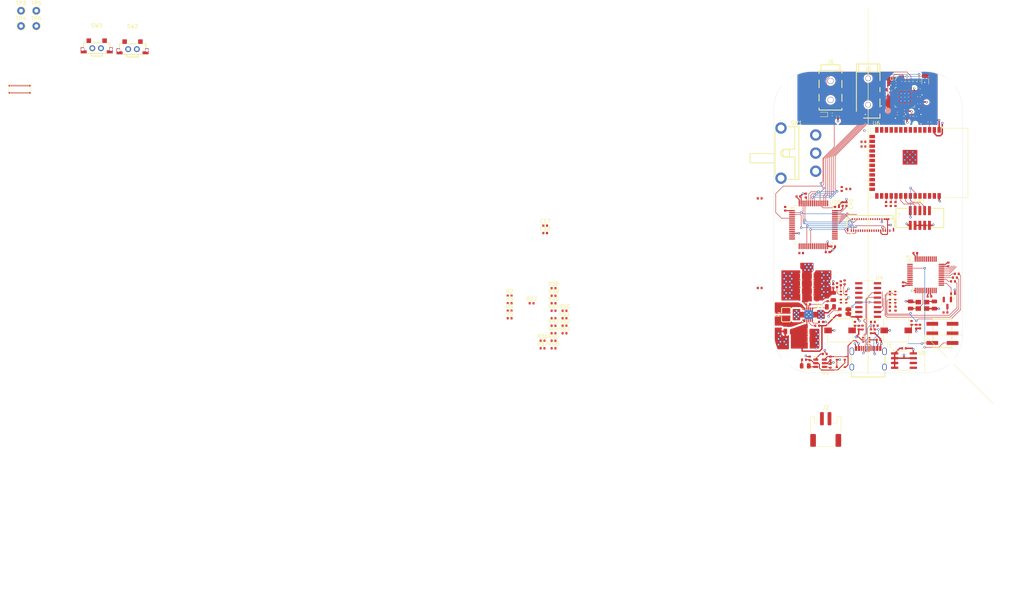
<source format=kicad_pcb>
(kicad_pcb (version 20241229) (generator "pcbnew") (generator_version "9.0")
  (title_block (title "Hactar PCB - Finn Berg, Brett Regnier") (date "2025-06-30") (rev "EV14") (company "CISCO SYSTEMS INC"))
  (layers (0 "F.Cu" signal) (4 "In1.Cu" power) (6 "In2.Cu" power) (2 "B.Cu" signal) (13 "F.Paste" user) (15 "B.Paste" user) (5 "F.SilkS" user "F.Silkscreen") (7 "B.SilkS" user "B.Silkscreen") (1 "F.Mask" user) (3 "B.Mask" user) (25 "Edge.Cuts" user))
  (net 0 "")
  (net 1 "+3.3VA")
  (net 2 "+3.3V")
  (net 3 "VBUS")
  (net 4 "GND")
  (net 5 "/UI_BOOT0")
  (net 6 "/MCLK")
  (net 7 "/MGMT_BOOT")
  (net 8 "/MGMT_NRST")
  (net 9 "/MIC_P")
  (net 10 "/LEDA_R")
  (net 11 "/DISP_BL")
  (net 12 "/LEDA_G")
  (net 13 "/BATTERY_MON")
  (net 14 "/LEDA_B")
  (net 15 "/KB_COL3")
  (net 16 "/KB_COL4")
  (net 17 "/DISP_DC")
  (net 18 "/DISP_CS")
  (net 19 "/KB_ROW5")
  (net 20 "/KB_ROW1")
  (net 21 "/KB_ROW2")
  (net 22 "/KB_ROW3")
  (net 23 "/KB_ROW4")
  (net 24 "/KB_ROW6")
  (net 25 "/KB_ROW7")
  (net 26 "/LEDB_R")
  (net 27 "/LEDB_G")
  (net 28 "Net-(D3-A)")
  (net 29 "Net-(U5-VIN)")
  (net 30 "Net-(U5-VAUX)")
  (net 31 "Net-(U5-FB)")
  (net 32 "/LEDB_B")
  (net 33 "Net-(U7-LINPUT1)")
  (net 34 "/HP_L")
  (net 35 "/KB_COL5")
  (net 36 "/KB_COL2")
  (net 37 "/MIC_N")
  (net 38 "/KB_COL1")
  (net 39 "/NET_LED_B")
  (net 40 "/NET_LED_G")
  (net 41 "/UI_RTS1_MGMT")
  (net 42 "/NET_LED_R")
  (net 43 "/UI_CTS1_MGMT")
  (net 44 "/UI_CTS2_NET")
  (net 45 "/NET_STAT")
  (net 46 "/NET_BOOT")
  (net 47 "Net-(U7-AMID)")
  (net 48 "/MGMT_SWDIO")
  (net 49 "/MGMT_SWCLK")
  (net 50 "/I2S_DACLRC")
  (net 51 "Net-(D1-A)")
  (net 52 "/UI_BOOT1")
  (net 53 "/I2S_BCLK")
  (net 54 "/I2S_ADCDAT")
  (net 55 "Net-(U7-HP_L)")
  (net 56 "/I2S_DACDAT")
  (net 57 "/USB_TX1_MGMT")
  (net 58 "/USB_RX1_MGMT")
  (net 59 "/UI_READY")
  (net 60 "/NET_READY")
  (net 61 "/SPI1_MISO")
  (net 62 "Net-(U7-LINPUT2)")
  (net 63 "/NET_TX1_MGMT")
  (net 64 "/NET_RX1_MGMT")
  (net 65 "/PTT_BTN")
  (net 66 "/PTT_AI_BTN")
  (net 67 "/SPI1_CLK")
  (net 68 "/SPI1_MOSI")
  (net 69 "/UI_RTS2_NET")
  (net 70 "/USB_CTS_MGMT")
  (net 71 "/NET_MTDI")
  (net 72 "/NET_MTCK")
  (net 73 "/NET_MTDO")
  (net 74 "/NET_MTMS")
  (net 75 "/USB_RTS_MGMT")
  (net 76 "/USB_DTR_MGMT")
  (net 77 "/NET_RTS1_MGMT")
  (net 78 "/NET_CTS1_MGMT")
  (net 79 "/RCC_OSC_IN")
  (net 80 "/RCC_OSC_OUT")
  (net 81 "/NET_NRST")
  (net 82 "Net-(U7-MICBIAS)")
  (net 83 "Net-(U10-VCAP_1)")
  (net 84 "Net-(U10-VCAP_2)")
  (net 85 "Net-(D4---Pad3)")
  (net 86 "Net-(D4---Pad4)")
  (net 87 "Net-(D4---Pad1)")
  (net 88 "Net-(D5---Pad3)")
  (net 89 "Net-(D5---Pad4)")
  (net 90 "Net-(D5---Pad1)")
  (net 91 "Net-(C46-Pad1)")
  (net 92 "Net-(C47-Pad1)")
  (net 93 "Net-(D6---Pad1)")
  (net 94 "Net-(D2-K)")
  (net 95 "Net-(D1-K)")
  (net 96 "/USB_CC2_DETECT")
  (net 97 "/USB_CC1_DETECT")
  (net 98 "/DISP_RST")
  (net 99 "/NET_DEBUG_3")
  (net 100 "/NET_DEBUG_2")
  (net 101 "/NET_DEBUG_1")
  (net 102 "Net-(D7-K)")
  (net 103 "/UI_NRST")
  (net 104 "/UI_SWCLK")
  (net 105 "/UI_SWDIO")
  (net 106 "/UI_SCL")
  (net 107 "/UI_SDA")
  (net 108 "/UI_TX1_MGMT")
  (net 109 "/UI_RX1_MGMT")
  (net 110 "/UI_LED_B")
  (net 111 "/UI_LED_G")
  (net 112 "/UI_LED_R")
  (net 113 "/UI_DEBUG_1")
  (net 114 "/UI_DEBUG_2")
  (net 115 "/UI_STAT")
  (net 116 "Net-(D8---Pad1)")
  (net 117 "Net-(JP1-A)")
  (net 118 "GNDA")
  (net 119 "/KB_LEDK_2&3")
  (net 120 "/KB_LEDK_1&4")
  (net 121 "/KB_LEDA_1&2")
  (net 122 "/KB_LEDA_3&4")
  (net 123 "Net-(U1-ISET)")
  (net 124 "Net-(U3-PC13)")
  (net 125 "Net-(U3-PB1)")
  (net 126 "Net-(U3-PB7)")
  (net 127 "/MIC_IO")
  (net 128 "Net-(Q1-D)")
  (net 129 "Net-(U3-PB9)")
  (net 130 "Net-(U1-TS)")
  (net 131 "/MGMT_DEBUG_2")
  (net 132 "/MGMT_DEBUG_1")
  (net 133 "/DISP_CLK")
  (net 134 "/DISP_MOSI")
  (net 135 "Net-(J1-CC2)")
  (net 136 "Net-(J1-CC1)")
  (net 137 "Net-(SW1-C)")
  (net 138 "Net-(U5-EN)")
  (net 139 "Net-(U5-PG)")
  (net 140 "Net-(U6-IO46)")
  (net 141 "Net-(D6---Pad3)")
  (net 142 "Net-(D6---Pad4)")
  (net 143 "Net-(U10-PB10)")
  (net 144 "Net-(U10-PA6)")
  (net 145 "Net-(U10-PB13)")
  (net 146 "Net-(U10-PB15)")
  (net 147 "Net-(U10-PC2)")
  (net 148 "Net-(U10-PC3)")
  (net 149 "Net-(U10-PC6)")
  (net 150 "Net-(U10-PC7)")
  (net 151 "Net-(U10-PC9)")
  (net 152 "Net-(D8---Pad3)")
  (net 153 "Net-(D8---Pad4)")
  (net 185 "Net-(U5-L1)")
  (net 186 "Net-(U5-L2)")
  (net 188 "/KB_MIC")
  (net 189 "/D_N")
  (net 190 "/D_P")
  (net 191 "/UD_N")
  (net 192 "/UD_P")
  (net 193 "/UI_RX2_NET_-")
  (net 194 "/UI_TX2_NET_+")
  (footprint "Package_SO:SOIC-8_3.9x4.9mm_P1.27mm" (layer "F.Cu") (at 208.76 129.79)
    (property "Reference" "U8")
    (property "Value" "M24C02-RMN6TP" (hide yes))
  )
  (footprint "Capacitor_SMD:C_0805_2012Metric" (layer "F.Cu") (at 181.26 107.365 180)
    (property "Reference" "C32" (hide yes))
    (property "Value" "10u" (hide yes))
  )
  (footprint "Resistor_SMD:R_0603_1608Metric" (layer "F.Cu") (at 191.76 116.965 -90)
    (property "Reference" "R14" (hide yes))
    (property "Value" "0R1" (hide yes))
  )
  (footprint "NetTie:NetTie-4_SMD_Pad0.5mm" (layer "F.Cu") (at 213.26 65.79 90)
    (property "Reference" "NT1" (hide yes))
    (property "Value" "NetTie_4" (hide yes))
  )
  (footprint "Capacitor_SMD:C_0402_1005Metric" (layer "F.Cu") (at 208.9075 63.6575 180)
    (property "Reference" "C28" (hide yes))
    (property "Value" "4u7" (hide yes))
  )
  (footprint "RF_Module:ESP32-S3-WROOM-1" (layer "F.Cu") (at 212.82 77.39 -90)
    (property "Reference" "U6")
    (property "Value" "ESP32-S3-WROOM-1" (hide yes))
  )
  (footprint "Hactar_Footprints:SW-TH_SS-12D11G5R" (layer "F.Cu") (at 180.76 74.79 90)
    (property "Reference" "SW1")
    (property "Value" "SW_SPDT")
  )
  (footprint "Hactar_Footprints:USB-C_SMD-TYPE-C-31-M-12" (layer "F.Cu") (at 199.26 129.04)
    (property "Reference" "J1")
    (property "Value" "USB_C_Receptacle")
  )
  (footprint "Package_QFP:LQFP-48_7x7mm_P0.5mm" (layer "F.Cu") (at 214.51 107.04 90)
    (property "Reference" "U3")
    (property "Value" "STM32F072CBTx")
  )
  (footprint "Resistor_SMD:R_0402_1005Metric" (layer "F.Cu") (at 115.86 116.57)
    (property "Reference" "R41")
    (property "Value" "4k7")
  )
  (footprint "Resistor_SMD:R_0402_1005Metric" (layer "F.Cu") (at 115.86 120.55)
    (property "Reference" "R43")
    (property "Value" "1k0")
  )
  (footprint "Resistor_SMD:R_0402_1005Metric" (layer "F.Cu") (at 201.01 122.03 90)
    (property "Reference" "R7" (hide yes))
    (property "Value" "5k1" (hide yes))
  )
  (footprint "Package_TO_SOT_SMD:SOT-23-6" (layer "F.Cu") (at 186.51 130.49)
    (property "Reference" "U1")
    (property "Value" "BQ21040DBV" (hide yes))
  )
  (footprint "Capacitor_SMD:C_0402_1005Metric" (layer "F.Cu") (at 208.51 109.54 -90)
    (property "Reference" "C8" (hide yes))
    (property "Value" "100n" (hide yes))
  )
  (footprint "Hactar_Footprints:Texas_S-PWSON-N10_ThermalVias" (layer "F.Cu") (at 183.51 117.615 90)
    (property "Reference" "U5")
    (property "Value" "TPS63060" (hide yes))
  )
  (footprint "Capacitor_SMD:C_0402_1005Metric" (layer "F.Cu") (at 190.01 99.54)
    (property "Reference" "C39" (hide yes))
    (property "Value" "100n" (hide yes))
  )
  (footprint "Capacitor_SMD:C_0402_1005Metric" (layer "F.Cu") (at 189.26 129.21 -90)
    (property "Reference" "C4" (hide yes))
    (property "Value" "10u" (hide yes))
  )
  (footprint "Resistor_SMD:R_0402_1005Metric" (layer "F.Cu") (at 212.6725 55.78 90)
    (property "Reference" "R33" (hide yes))
    (property "Value" "100k" (hide yes))
  )
  (footprint "Resistor_SMD:R_0402_1005Metric" (layer "F.Cu") (at 182.26 129.54 180)
    (property "Reference" "R11" (hide yes))
    (property "Value" "1k5" (hide yes))
  )
  (footprint "Resistor_SMD:R_0402_1005Metric" (layer "F.Cu") (at 115.86 114.58)
    (property "Reference" "R40")
    (property "Value" "4k7")
  )
  (footprint "Capacitor_SMD:C_0402_1005Metric" (layer "F.Cu") (at 177.26 89.54 90)
    (property "Reference" "C40" (hide yes))
    (property "Value" "100n" (hide yes))
  )
  (footprint "Resistor_SMD:R_0402_1005Metric" (layer "F.Cu") (at 221.76 112.04)
    (property "Reference" "R25" (hide yes))
    (property "Value" "47k" (hide yes))
  )
  (footprint "Hactar_Footprints:AUDIO-SMD_PJ-242" (layer "F.Cu") (at 189.3 58.275)
    (property "Reference" "J6")
    (property "Value" "AudioJack4")
  )
  (footprint "MountingHole:MountingHole_2.7mm_M2.5" (layer "F.Cu") (at 221.01 129.79)
    (property "Reference" "H4")
    (property "Value" "MountingHole")
  )
  (footprint "Capacitor_SMD:C_0402_1005Metric" (layer "F.Cu") (at 202.01 124.29)
    (property "Reference" "C5" (hide yes))
    (property "Value" "10u" (hide yes))
  )
  (footprint "Capacitor_SMD:C_0805_2012Metric" (layer "F.Cu") (at 183.26 122.115)
    (property "Reference" "C15" (hide yes))
    (property "Value" "10u" (hide yes))
  )
  (footprint "Capacitor_SMD:C_0402_1005Metric" (layer "F.Cu") (at 181.51 101.29 180)
    (property "Reference" "C41" (hide yes))
    (property "Value" "100n" (hide yes))
  )
  (footprint "Capacitor_SMD:C_0402_1005Metric" (layer "F.Cu") (at 196.76 121.04 -90)
    (property "Reference" "C46" (hide yes))
    (property "Value" "100n" (hide yes))
  )
  (footprint "Resistor_SMD:R_0402_1005Metric" (layer "F.Cu") (at 115.86 110.6)
    (property "Reference" "R38")
    (property "Value" "4k7")
  )
  (footprint "Resistor_SMD:R_0402_1005Metric" (layer "F.Cu") (at 192.01 109.29 -90)
    (property "Reference" "R59" (hide yes))
    (property "Value" "150R" (hide yes))
  )
  (footprint "TestPoint:TestPoint_THTPad_D2.0mm_Drill1.0mm" (layer "F.Cu") (at -21.25 37.05)
    (property "Reference" "TP5")
    (property "Value" "TestPoint")
  )
  (footprint "Resistor_SMD:R_0402_1005Metric" (layer "F.Cu") (at 118.77 120.55)
    (property "Reference" "R52")
    (property "Value" "680R")
  )
  (footprint "Resistor_SMD:R_0402_1005Metric" (layer "F.Cu") (at 215.51 66.54 90)
    (property "Reference" "R29" (hide yes))
    (property "Value" "15k" (hide yes))
  )
  (footprint "Resistor_SMD:R_0402_1005Metric" (layer "F.Cu") (at 185.76 120.54 180)
    (property "Reference" "R18" (hide yes))
    (property "Value" "100k" (hide yes))
  )
  (footprint "MountingHole:MountingHole_2.7mm_M2.5" (layer "F.Cu") (at 221.01 56.29)
    (property "Reference" "H3")
    (property "Value" "MountingHole")
  )
  (footprint "Resistor_SMD:R_0402_1005Metric" (layer "F.Cu") (at 212.01 120.79 90)
    (property "Reference" "R62" (hide yes))
    (property "Value" "4k7" (hide yes))
  )
  (footprint "MountingHole:MountingHole_2.7mm_M2.5" (layer "F.Cu") (at 177.51 56.29)
    (property "Reference" "H1")
    (property "Value" "MountingHole")
  )
  (footprint "Resistor_SMD:R_0402_1005Metric" (layer "F.Cu") (at 118.77 116.57)
    (property "Reference" "R50")
    (property "Value" "1k0")
  )
  (footprint "Resistor_SMD:R_0402_1005Metric" (layer "F.Cu") (at 206.51 88.29 -90)
    (property "Reference" "R34" (hide yes))
    (property "Value" "150R" (hide yes))
  )
  (footprint "TestPoint:TestPoint_THTPad_D2.0mm_Drill1.0mm" (layer "F.Cu") (at -25.3 37.05)
    (property "Reference" "TP3")
    (property "Value" "TestPoint")
  )
  (footprint "Resistor_SMD:R_0402_1005Metric" (layer "F.Cu") (at 200.51 119.54 180)
    (property "Reference" "R10" (hide yes))
    (property "Value" "1k0" (hide yes))
  )
  (footprint "Capacitor_SMD:C_0805_2012Metric" (layer "F.Cu") (at 181.26 111.365 180)
    (property "Reference" "C30" (hide yes))
    (property "Value" "10u" (hide yes))
  )
  (footprint "Resistor_SMD:R_0402_1005Metric" (layer "F.Cu") (at 115.86 118.56)
    (property "Reference" "R42" (hide yes))
    (property "Value" "1k0" (hide yes))
  )
  (footprint "Capacitor_SMD:C_0402_1005Metric" (layer "F.Cu") (at 180.76 86.29)
    (property "Reference" "C42" (hide yes))
    (property "Value" "100n" (hide yes))
  )
  (footprint "Resistor_SMD:R_0402_1005Metric" (layer "F.Cu") (at 197.76 121.04 90)
    (property "Reference" "R61" (hide yes))
    (property "Value" "4k7" (hide yes))
  )
  (footprint "Resistor_SMD:R_0402_1005Metric" (layer "F.Cu") (at 198.01 71.79 180)
    (property "Reference" "R30" (hide yes))
    (property "Value" "4k7" (hide yes))
  )
  (footprint "Capacitor_SMD:C_0402_1005Metric" (layer "F.Cu") (at 208.5825 55.8 90)
    (property "Reference" "C33" (hide yes))
    (property "Value" "1u" (hide yes))
  )
  (footprint "Resistor_SMD:R_0402_1005Metric" (layer "F.Cu") (at 205.01 116.04 90)
    (property "Reference" "R24" (hide yes))
    (property "Value" "150R" (hide yes))
  )
  (footprint "Diode_SMD:D_SOD-323" (layer "F.Cu") (at 192.01 131.54)
    (property "Reference" "D2" (hide yes))
    (property "Value" "1N5819WS" (hide yes))
  )
  (footprint "Resistor_SMD:R_0402_1005Metric" (layer "F.Cu") (at 118.77 118.56)
    (property "Reference" "R51")
    (property "Value" "680R")
  )
  (footprint "Capacitor_SMD:C_0402_1005Metric" (layer "F.Cu") (at 188.51 101.04 180)
    (property "Reference" "C44" (hide yes))
    (property "Value" "2u2" (hide yes))
  )
  (footprint "Resistor_SMD:R_0402_1005Metric" (layer "F.Cu") (at 115.86 122.54)
    (property "Reference" "R44")
    (property "Value" "1k0")
  )
  (footprint "Hactar_Footprints:SW-SMD_YIYUAN_YTS1C003XXX" (layer "F.Cu") (at -5.22 46.2675)
    (property "Reference" "SW3")
    (property "Value" "SW_Push")
  )
  (footprint "Capacitor_SMD:C_0805_2012Metric" (layer "F.Cu") (at 181.26 109.365 180)
    (property "Reference" "C31" (hide yes))
    (property "Value" "10u" (hide yes))
  )
  (footprint "Diode_SMD:D_SOD-523" (layer "F.Cu") (at 187.26 64.54 180)
    (property "Reference" "D7" (hide yes))
    (property "Value" "1N4148WT" (hide yes))
  )
  (footprint "Capacitor_SMD:C_0402_1005Metric" (layer "F.Cu") (at 209.6025 55.8 90)
    (property "Reference" "C36" (hide yes))
    (property "Value" "1u" (hide yes))
  )
  (footprint "Resistor_SMD:R_0402_1005Metric" (layer "F.Cu") (at 205.26 88.29 -90)
    (property "Reference" "R35" (hide yes))
    (property "Value" "150R" (hide yes))
  )
  (footprint "Capacitor_SMD:C_0402_1005Metric" (layer "F.Cu") (at 211.76 101.29 180)
    (property "Reference" "C9" (hide yes))
    (property "Value" "100n" (hide yes))
  )
  (footprint "Hactar_Footprints:SW-SMD_L6.0-W6.0-LS6.6" (layer "F.Cu") (at 206.7 121.79)
    (property "Reference" "SW5" (hide yes))
    (property "Value" "SW_Push" (hide yes))
  )
  (footprint "Resistor_SMD:R_0402_1005Metric" (layer "F.Cu") (at 186.76 119.54)
    (property "Reference" "R28" (hide yes))
    (property "Value" "100k" (hide yes))
  )
  (footprint "Diode_SMD:D_SOD-323" (layer "F.Cu") (at 192.01 129.54)
    (property "Reference" "D3" (hide yes))
    (property "Value" "1N5819WS" (hide yes))
  )
  (footprint "Capacitor_SMD:C_0402_1005Metric" (layer "F.Cu") (at 215.51 112.79)
    (property "Reference" "C1" (hide yes))
    (property "Value" "100n" (hide yes))
  )
  (footprint "Resistor_SMD:R_0402_1005Metric" (layer "F.Cu") (at 191.01 89.04 180)
    (property "Reference" "R54" (hide yes))
    (property "Value" "4k7" (hide yes))
  )
  (footprint "Hactar_Footprints:AUDIO-SMD_PJ-320D" (layer "F.Cu") (at 199.26 60.525)
    (property "Reference" "J5")
    (property "Value" "AudioJack4")
  )
  (footprint "Package_SO:SOIC-16_3.9x9.9mm_P1.27mm" (layer "F.Cu") (at 199.26 113.735 180)
    (property "Reference" "U4")
    (property "Value" "CH340C" (hide yes))
  )
  (footprint "Resistor_SMD:R_0402_1005Metric" (layer "F.Cu") (at 201.26 120.54 180)
    (property "Reference" "R9" (hide yes))
    (property "Value" "1k0" (hide yes))
  )
  (footprint "Diode_SMD:D_0805_2012Metric" (layer "F.Cu") (at 182.5725 131.19 180)
    (property "Reference" "D1" (hide yes))
    (property "Value" "LED" (hide yes))
  )
  (footprint "Capacitor_SMD:C_0805_2012Metric" (layer "F.Cu") (at 184.76 111.365)
    (property "Reference" "C24" (hide yes))
    (property "Value" "10u" (hide yes))
  )
  (footprint "Resistor_SMD:R_0402_1005Metric" (layer "F.Cu") (at 170.51 86.79)
    (property "Reference" "R12" (hide yes))
    (property "Value" "4k7" (hide yes))
  )
  (footprint "Capacitor_SMD:C_0805_2012Metric" (layer "F.Cu") (at 216.81 115.065 90)
    (property "Reference" "C3" (hide yes))
    (property "Value" "33p" (hide yes))
  )
  (footprint "Package_DFN_QFN:QFN-32-1EP_5x5mm_P0.5mm_EP3.45x3.45mm_ThermalVias" (layer "F.Cu") (at 208.99 59.97 -90)
    (property "Reference" "U7")
    (property "Value" "WM8960CGEFL/RV" (hide yes))
  )
  (footprint "Hactar_Footprints:SW-SMD_YIYUAN_YTS1C003XXX" (layer "F.Cu") (at 4.28 46.5175)
    (property "Reference" "SW2")
    (property "Value" "SW_Push")
  )
  (footprint "Capacitor_SMD:C_0402_1005Metric" (layer "F.Cu") (at 212.6775 57.72 -90)
    (property "Reference" "C25" (hide yes))
    (property "Value" "100n" (hide yes))
  )
  (footprint "Hactar_Footprints:LED-ARRAY-SMD_4P-L1.6-W1.5-TL_NH-B1515RGBA" (layer "F.Cu") (at 192.76 111.89)
    (property "Reference" "D8" (hide yes))
    (property "Value" "NH-B1515RGBA-HF" (hide yes))
  )
  (footprint "Capacitor_SMD:C_0402_1005Metric" (layer "F.Cu") (at 113.64 95.98)
    (property "Reference" "C18")
    (property "Value" "100n")
  )
  (footprint "Capacitor_SMD:C_0805_2012Metric" (layer "F.Cu") (at 178.26 122.04 180)
    (property "Reference" "C14" (hide yes))
    (property "Value" "100n" (hide yes))
  )
  (footprint "Hactar_Footprints:CONN-SMD_HCTL_HC-FPC-03-09-35RLTAG" (layer "F.Cu") (at 199.91 93.82)
    (property "Reference" "J7")
    (property "Value" "Conn_01x35_Socket" (hide yes))
  )
  (footprint "Capacitor_SMD:C_0805_2012Metric" (layer "F.Cu") (at 184.76 107.365)
    (property "Reference" "C29" (hide yes))
    (property "Value" "10u" (hide yes))
  )
  (footprint "Hactar_Footprints:LED-ARRAY-SMD_4P-L1.6-W1.5-TL_NH-B1515RGBA" (layer "F.Cu") (at 205.76 111.89)
    (property "Reference" "D4" (hide yes))
    (property "Value" "NH-B1515RGBA-HF" (hide yes))
  )
  (footprint "Resistor_SMD:R_0402_1005Metric" (layer "F.Cu") (at 210.6225 55.79 -90)
    (property "Reference" "R32" (hide yes))
    (property "Value" "2k2" (hide yes))
  )
  (footprint "Resistor_SMD:R_0402_1005Metric" (layer "F.Cu") (at 189.76 64.54 180)
    (property "Reference" "R47" (hide yes))
    (property "Value" "47k" (hide yes))
  )
  (footprint "Capacitor_SMD:C_0402_1005Metric" (layer "F.Cu") (at 190.01 110.02 -90)
    (property "Reference" "C13" (hide yes))
    (property "Value" "100n" (hide yes))
  )
  (footprint "Resistor_SMD:R_0402_1005Metric" (layer "F.Cu") (at 189.26 131.19 90)
    (property "Reference" "R1" (hide yes))
    (property "Value" "680R" (hide yes))
  )
  (footprint "Resistor_SMD:R_0402_1005Metric" (layer "F.Cu") (at 182.76 86.04 90)
    (property "Reference" "R55" (hide yes))
    (property "Value" "4k7" (hide yes))
  )
  (footprint "Resistor_SMD:R_0402_1005Metric" (layer "F.Cu") (at 198.01 73.04 180)
    (property "Reference" "R49" (hide yes))
    (property "Value" "1k0" (hide yes))
  )
  (footprint "Resistor_SMD:R_0402_1005Metric" (layer "F.Cu") (at 104.22 112.59)
    (property "Reference" "R2")
    (property "Value" "4k7")
  )
  (footprint "MountingHole:MountingHole_2.7mm_M2.5" (layer "F.Cu") (at 177.51 129.79)
    (property "Reference" "H2")
    (property "Value" "MountingHole")
  )
  (footprint "Resistor_SMD:R_0402_1005Metric" (layer "F.Cu") (at 219.76 117.04)
    (property "Reference" "R20" (hide yes))
    (property "Value" "150R" (hide yes))
  )
  (footprint "Capacitor_SMD:C_0805_2012Metric" (layer "F.Cu") (at 210.51 115.04 -90)
    (property "Reference" "C2" (hide yes))
    (property "Value" "33p" (hide yes))
  )
  (footprint "Package_TO_SOT_SMD:SOT-23" (layer "F.Cu") (at 220.26 114.54 -90)
    (property "Reference" "Q1" (hide yes))
    (property "Value" "2N7002" (hide yes))
  )
  (footprint "Hactar_Footprints:IDC-SMD_10P-P1.27_X1270WVS-2X05B-6TV01" (layer "F.Cu") (at 212.97 91.99)
    (property "Reference" "CN1")
    (property "Value" "Conn_05x02_Female")
  )
  (footprint "Resistor_SMD:R_0402_1005Metric" (layer "F.Cu") (at 187.76 128.04)
    (property "Reference" "R6" (hide yes))
    (property "Value" "10k" (hide yes))
  )
  (footprint "Resistor_SMD:R_0402_1005Metric" (layer "F.Cu") (at 112.95 126.52)
    (property "Reference" "R37")
    (property "Value" "4k7")
  )
  (footprint "Resistor_SMD:R_0402_1005Metric" (layer "F.Cu") (at 195.76 120.04 -90)
    (property "Reference" "R57" (hide yes))
    (property "Value" "1k0" (hide yes))
  )
  (footprint "Resistor_SMD:R_0402_1005Metric" (layer "F.Cu") (at 221.76 108.79 180)
    (property "Reference" "R21" (hide yes))
    (property "Value" "150R" (hide yes))
  )
  (footprint "Resistor_SMD:R_0402_1005Metric" (layer "F.Cu") (at 204.01 88.29 -90)
    (property "Reference" "R31" (hide yes))
    (property "Value" "180R" (hide yes))
  )
  (footprint "Inductor_SMD:L_0603_1608Metric" (layer "F.Cu") (at 208.76 65.54)
    (property "Reference" "L1" (hide yes))
    (property "Value" "120Ω" (hide yes))
  )
  (footprint "Hactar_Footprints:MCL2016A1R0MT" (layer "F.Cu") (at 177.51 117.615 90)
    (property "Reference" "L2")
    (property "Value" "1uH")
  )
  (footprint "Resistor_SMD:R_0402_1005Metric" (layer "F.Cu") (at 118.77 122.54)
    (property "Reference" "R53")
    (property "Value" "680R")
  )
  (footprint "Capacitor_SMD:C_0402_1005Metric" (layer "F.Cu") (at 208.76 126.54)
    (property "Reference" "C37" (hide yes))
    (property "Value" "100n" (hide yes))
  )
  (footprint "Resistor_SMD:R_0402_1005Metric" (layer "F.Cu") (at 110.04 114.58)
    (property "Reference" "R22")
    (property "Value" "4k7")
  )
  (footprint "Capacitor_SMD:C_0402_1005Metric" (layer "F.Cu") (at 193.51 88.29 -90)
    (property "Reference" "C45")
    (property "Value" "2u2")
  )
  (footprint "Hactar_Footprints:JST_PH_S2B-PH-SM4-TB_1x02-1MP_P2.00mm_Horizontal" (layer "F.Cu") (at 188.01 148.04)
    (property "Reference" "J2")
    (property "Value" "Conn_01x02_Socket")
  )
  (footprint "Resistor_SMD:R_0402_1005Metric" (layer "F.Cu") (at 194.01 84.29 180)
    (property "Reference" "R16" (hide yes))
    (property "Value" "1k5" (hide yes))
  )
  (footprint "Hactar_Footprints:LED-ARRAY-SMD_4P-L1.6-W1.5-TL_NH-B1515RGBA" (layer "F.Cu") (at 205.76 114.04)
    (property "Reference" "D5" (hide yes))
    (property "Value" "NH-B1515RGBA-HF" (hide yes))
  )
  (footprint "Resistor_SMD:R_0402_1005Metric" (layer "F.Cu") (at 191.01 109.79 -90)
    (property "Reference" "R60" (hide yes))
    (property "Value" "150R" (hide yes))
  )
  (footprint "Resistor_SMD:R_0402_1005Metric" (layer "F.Cu") (at 170.51 110.54)
    (property "Reference" "R13" (hide yes))
    (property "Value" "15k" (hide yes))
  )
  (footprint "Package_QFP:LQFP-64_10x10mm_P0.5mm" (layer "F.Cu") (at 184.76 93.79)
    (property "Reference" "U10")
    (property "Value" "STM32F405RGTx")
  )
  (footprint "Capacitor_SMD:C_0402_1005Metric" (layer "F.Cu") (at 211.6525 55.8 -90)
    (property "Reference" "C38" (hide yes))
    (property "Value" "4u7" (hide yes))
  )
  (footprint "Capacitor_SMD:C_0402_1005Metric" (layer "F.Cu") (at 212.7425 59.81 90)
    (property "Reference" "C34" (hide yes))
    (property "Value" "4u7" (hide yes))
  )
  (footprint "Capacitor_SMD:C_0402_1005Metric" (layer "F.Cu") (at 205.1775 58.22 -90)
    (property "Reference" "C21" (hide yes))
    (property "Value" "100n" (hide yes))
  )
  (footprint "Package_TO_SOT_SMD:SOT-666" (layer "F.Cu") (at 198.76 124.29)
    (property "Reference" "U2" (hide yes))
    (property "Value" "USBLC6-2P6" (hide yes))
  )
  (footprint "Hactar_Footprints:SW-SMD_L6.0-W6.0-LS6.6" (layer "F.Cu") (at 191.82 121.79)
    (property "Reference" "SW4" (hide yes))
    (property "Value" "SW_Push" (hide yes))
  )
  (footprint "Resistor_SMD:R_0402_1005Metric" (layer "F.Cu") (at 193.01 109.04 -90)
    (property "Reference" "R56" (hide yes))
    (property "Value" "180R" (hide yes))
  )
  (footprint "Capacitor_SMD:C_0402_1005Metric" (layer "F.Cu") (at 206.6775 56.22)
    (property "Reference" "C23" (hide yes))
    (property "Value" "100n" (hide yes))
  )
  (footprint "Capacitor_SMD:C_0402_1005Metric" (layer "F.Cu") (at 213.01 120.77 -90)
    (property "Reference" "C47" (hide yes))
    (property "Value" "100n" (hide yes))
  )
  (footprint "Capacitor_SMD:C_0402_1005Metric" (layer "F.Cu") (at 113.64 94.01)
    (property "Reference" "C17")
    (property "Value" "100n")
  )
  (footprint "Capacitor_SMD:C_0805_2012Metric" (layer "F.Cu") (at 184.76 113.365)
    (property "Reference" "C22" (hide yes))
    (property "Value" "100n" (hide yes))
  )
  (footprint "Resistor_SMD:R_0402_1005Metric" (layer "F.Cu") (at 104.22 114.58)
    (property "Reference" "R3")
    (property "Value" "4k7")
  )
  (footprint "Resistor_SMD:R_0402_1005Metric" (layer "F.Cu") (at 192.26 84.29 -90)
    (property "Reference" "R19" (hide yes))
    (property "Value" "1k5" (hide yes))
  )
  (footprint "Resistor_SMD:R_0402_1005Metric" (layer "F.Cu") (at 115.86 124.53)
    (property "Reference" "R45")
    (property "Value" "680R")
  )
  (footprint "Capacitor_SMD:C_0402_1005Metric" (layer "F.Cu") (at 212.74 61.72 -90)
    (property "Reference" "C26" (hide yes))
    (property "Value" "4u7" (hide yes))
  )
  (footprint "Resistor_SMD:R_0402_1005Metric" (layer "F.Cu") (at 104.22 118.56)
    (property "Reference" "R5")
    (property "Value" "1k0")
  )
  (footprint "Capacitor_SMD:C_0805_2012Metric" (layer "F.Cu") (at 184.76 109.365)
    (property "Reference" "C27" (hide yes))
    (property "Value" "10u" (hide yes))
  )
  (footprint "Capacitor_SMD:C_0805_2012Metric" (layer "F.Cu") (at 183.26 124.115)
    (property "Reference" "C16" (hide yes))
    (property "Value" "10u" (hide yes))
  )
  (footprint "Resistor_SMD:R_0402_1005Metric" (layer "F.Cu") (at 188.51 113.54 -90)
    (property "Reference" "R27" (hide yes))
    (property "Value" "64k9" (hide yes))
  )
  (footprint "Resistor_SMD:R_0402_1005Metric" (layer "F.Cu") (at 112.95 124.53)
    (property "Reference" "R36")
    (property "Value" "4k7")
  )
  (footprint "Capacitor_SMD:C_0402_1005Metric" (layer "F.Cu") (at 211.76 65.04 90)
    (property "Reference" "C11" (hide yes))
    (property "Value" "10n" (hide yes))
  )
  (footprint "Resistor_SMD:R_0402_1005Metric" (layer "F.Cu") (at 104.22 116.57)
    (property "Reference" "R4")
    (property "Value" "1k0")
  )
  (footprint "Resistor_SMD:R_0402_1005Metric" (layer "F.Cu") (at 115.86 126.52)
    (property "Reference" "R46")
    (property "Value" "680R")
  )
  (footprint "Resistor_SMD:R_0402_1005Metric" (layer "F.Cu") (at 191.26 65.04 90)
    (property "Reference" "R48" (hide yes))
    (property "Value" "100k" (hide yes))
  )
  (footprint "NetTie:NetTie-2_SMD_Pad0.5mm" (layer "F.Cu") (at 208.0525 54.47 180)
    (property "Reference" "JP2" (hide yes))
    (property "Value" "SolderJumper_2_Bridged" (hide yes))
  )
  (footprint "Resistor_SMD:R_0402_1005Metric" (layer "F.Cu") (at 210.76 119.79 -90)
    (property "Reference" "R58" (hide yes))
    (property "Value" "1k0" (hide yes))
  )
  (footprint "Resistor_SMD:R_0402_1005Metric" (layer "F.Cu") (at 200.01 122.03 90)
    (property "Reference" "R8" (hide yes))
    (property "Value" "5k1" (hide yes))
  )
  (footprint "Hactar_Footprints:HDR-SMD_6P-P2.54-V-M-R2-C3-LS7.5-2" (layer "F.Cu") (at 218.95 122.58 90)
    (property "Reference" "J3" (hide yes))
    (property "Value" "Conn_02x03_Odd_Even" (hide yes))
  )
  (footprint "Capacitor_SMD:C_0402_1005Metric" (layer "F.Cu") (at 192.51 88.29 90)
    (property "Reference" "C43" (hide yes))
    (property "Value" "100n" (hide yes))
  )
  (footprint "Capacitor_SMD:C_0805_2012Metric" (layer "F.Cu") (at 189.26 115.54)
    (property "Reference" "C19" (hide yes))
    (property "Value" "100n" (hide yes))
  )
  (footprint "Resistor_SMD:R_0402_1005Metric" (layer "F.Cu") (at 222.26 107.79 180)
    (property "Reference" "R15" (hide yes))
    (property "Value" "180R" (hide yes))
  )
  (footprint "Resistor_SMD:R_0402_1005Metric" (layer "F.Cu") (at 183.32 114.89 180)
    (property "Reference" "R26" (hide yes))
    (property "Value" "360k" (hide yes))
  )
  (footprint "Capacitor_SMD:C_0402_1005Metric" (layer "F.Cu") (at 210.76 65.04 90)
    (property "Reference" "C10" (hide yes))
    (property "Value" "1u" (hide yes))
  )
  (footprint "Crystal:Crystal_SMD_3225-4Pin_3.2x2.5mm" (layer "F.Cu") (at 213.66 115.14)
    (property "Reference" "Y1" (hide yes))
    (property "Value" "Crystal_GND24" (hide yes))
  )
  (footprint "TestPoint:TestPoint_THTPad_D2.0mm_Drill1.0mm" (layer "F.Cu") (at -25.3 41.1)
    (property "Reference" "TP4")
    (property "Value" "TestPoint")
  )
  (footprint "Hactar_Footprints:LED-ARRAY-SMD_4P-L1.6-W1.5-TL_NH-B1515RGBA" (layer "F.Cu") (at 192.76 114.04)
    (property "Reference" "D6" (hide yes))
    (property "Value" "NH-B1515RGBA-HF" (hide yes))
  )
  (footprint "Resistor_SMD:R_0402_1005Metric" (layer "F.Cu") (at 206.51 116.04 -90)
    (property "Reference" "R17" (hide yes))
    (property "Value" "180R" (hide yes))
  )
  (footprint "TestPoint:TestPoint_THTPad_D2.0mm_Drill1.0mm" (layer "F.Cu") (at -21.25 41.1)
    (property "Reference" "TP6")
    (property "Value" "TestPoint")
  )
  (footprint "Resistor_SMD:R_0402_1005Metric" (layer "F.Cu") (at 115.86 112.59)
    (property "Reference" "R39")
    (property "Value" "4k7")
  )
  (footprint "Capacitor_SMD:C_0805_2012Metric" (layer "F.Cu") (at 190.01 112.79 90)
    (property "Reference" "C20" (hide yes))
    (property "Value" "2p2" (hide yes))
  )
  (footprint "Capacitor_SMD:C_0402_1005Metric" (layer "F.Cu") (at 220.51 104.31 90)
    (property "Reference" "C6" (hide yes))
    (property "Value" "100n" (hide yes))
  )
  (footprint "Capacitor_SMD:C_0402_1005Metric" (layer "F.Cu") (at 183.76 129.21 90)
    (property "Reference" "C12" (hide yes))
    (property "Value" "10u" (hide yes))
  )
  (footprint "Hactar_Footprints:BM14B(0.B)-24DS-0.4V(53)" (layer "F.Cu") (at -28.65 59.07)
    (property "Reference" "U9" (hide yes))
    (property "Value" "BM14B(0.8)-24DS-0.4V(53)" (hide yes))
  )
  (footprint "Jumper:SolderJumper-2_P1.3mm_Bridged_RoundedPad1.0x1.5mm" (layer "F.Cu") (at 194.01 116.79 -90)
    (property "Reference" "JP1" (hide yes))
    (property "Value" "SolderJumper_2_Bridged" (hide yes))
  )
  (footprint "Capacitor_SMD:C_1206_3216Metric" (layer "F.Cu") (at 214.4025 55.79 90)
    (property "Reference" "C35" (hide yes))
    (property "Value" "100u" (hide yes))
  )
  (footprint "Resistor_SMD:R_0402_1005Metric" (layer "F.Cu") (at 222.76 106.79 180)
    (property "Reference" "R23" (hide yes))
    (property "Value" "150R" (hide yes))
  )
  (footprint "Capacitor_SMD:C_0402_1005Metric" (layer "F.Cu") (at 207.01 64.29)
    (property "Reference" "C7" (hide yes))
    (property "Value" "1u" (hide yes))
  )
  (gr_line (start 199.26 133.04) (end 199.26 118.04) (stroke (width 0.12)) (layer "F.SilkS"))
  (gr_line (start 214.26 133.04) (end 214.26 123.04) (stroke (width 0.12)) (layer "F.SilkS"))
  (gr_line (start 199.26 123.04) (end 199.26 133.29) (stroke (width 0.12)) (layer "F.SilkS"))
  (gr_line (start 224.26 123.04) (end 214.26 123.04) (stroke (width 0.12)) (layer "F.SilkS"))
  (gr_line (start 199.26 53.04) (end 199.26 93.04) (stroke (width 0.12)) (layer "F.SilkS"))
  (gr_line (start 199.26 123.04) (end 199.26 36.29) (stroke (width 0.12)) (layer "F.SilkS"))
  (gr_line (start 214.26 123.04) (end 232.51 141.29) (stroke (width 0.12)) (layer "F.SilkS"))
  (gr_arc (start 224.26 123.04) (mid 221.331068 130.111068) (end 214.26 133.04) (stroke (width 0.05)) (layer "Edge.Cuts"))
  (gr_arc (start 184.26 133.04) (mid 177.188932 130.111068) (end 174.26 123.04) (stroke (width 0.05)) (layer "Edge.Cuts"))
  (gr_line (start 214.26 133.04) (end 184.26 133.04) (stroke (width 0.05)) (layer "Edge.Cuts"))
  (gr_arc (start 174.26 63.04) (mid 177.188932 55.968932) (end 184.26 53.04) (stroke (width 0.05)) (layer "Edge.Cuts"))
  (gr_line (start 184.26 53.04) (end 214.26 53.04) (stroke (width 0.05)) (layer "Edge.Cuts"))
  (gr_arc (start 214.26 53.04) (mid 221.331068 55.968932) (end 224.26 63.04) (stroke (width 0.05)) (layer "Edge.Cuts"))
  (gr_line (start 224.26 63.04) (end 224.26 123.04) (stroke (width 0.05)) (layer "Edge.Cuts"))
  (gr_line (start 174.26 123.04) (end 174.26 63.04) (stroke (width 0.05)) (layer "Edge.Cuts"))
  (segment (start 209.24 62.4075) (end 209.24 63.51) (width 0.254) (layer "F.Cu") (net 1))
  (segment (start 209.24 63.51) (end 209.3875 63.6575) (width 0.254) (layer "F.Cu") (net 1))
  (segment (start 210.6275 63.6575) (end 210.76 63.79) (width 0.381) (layer "F.Cu") (net 1))
  (segment (start 211.4275 57.6225) (end 211.51 57.54) (width 0.254) (layer "F.Cu") (net 1))
  (segment (start 209.5475 65.54) (end 209.5475 66.5775) (width 0.381) (layer "F.Cu") (net 1))
  (segment (start 212.6775 58.2) (end 212.6575 58.22) (width 0.254) (layer "F.Cu") (net 1))
  (segment (start 212.74 61.24) (end 214.71 61.24) (width 0.381) (layer "F.Cu") (net 1))
  (segment (start 211.4275 61.22) (end 212.72 61.22) (width 0.254) (layer "F.Cu") (net 1))
  (segment (start 214.71 61.24) (end 214.76 61.29) (width 0.381) (layer "F.Cu") (net 1))
  (segment (start 210.74 65.54) (end 210.76 65.52) (width 0.381) (layer "F.Cu") (net 1))
  (segment (start 209.5475 65.54) (end 210.74 65.54) (width 0.381) (layer "F.Cu") (net 1))
  (segment (start 209.3875 63.6575) (end 210.6275 63.6575) (width 0.381) (layer "F.Cu") (net 1))
  (segment (start 212.6575 58.22) (end 211.4275 58.22) (width 0.254) (layer "F.Cu") (net 1))
  (segment (start 211.4275 58.22) (end 211.4275 57.6225) (width 0.254) (layer "F.Cu") (net 1))
  (segment (start 209.5475 66.5775) (end 209.635 66.665) (width 0.381) (layer "F.Cu") (net 1))
  (segment (start 180.8925 96.04) (end 179.085 96.04) (width 0.254) (layer "F.Cu") (net 1))
  (segment (start 210.76 65.52) (end 211.76 65.52) (width 0.381) (layer "F.Cu") (net 1))
  (via (at 210.76 63.79) (size 0.6) (drill 0.3) (layers "F.Cu" "B.Cu") (net 1))
  (via (at 180.8925 96.04) (size 0.6) (drill 0.3) (layers "F.Cu" "B.Cu") (net 1))
  (via (at 211.51 57.54) (size 0.6) (drill 0.3) (layers "F.Cu" "B.Cu") (net 1))
  (via (at 214.76 61.29) (size 0.6) (drill 0.3) (layers "F.Cu" "B.Cu") (net 1))
  (via (at 209.635 66.665) (size 0.6) (drill 0.3) (layers "F.Cu" "B.Cu") (net 1))
  (segment (start 180.28 86.385) (end 180.28 86.29) (width 0.254) (layer "F.Cu") (net 2))
  (segment (start 209.24 109.79) (end 209.01 110.02) (width 0.254) (layer "F.Cu") (net 2))
  (segment (start 196.56 118.84) (end 197.01 119.29) (width 0.381) (layer "F.Cu") (net 2))
  (segment (start 206.51 65.54) (end 206.51 64.31) (width 0.381) (layer "F.Cu") (net 2))
  (segment (start 206.51 65.54) (end 207.9725 65.54) (width 0.381) (layer "F.Cu") (net 2))
  (segment (start 211.76 111.2025) (end 211.0975 111.2025) (width 0.254) (layer "F.Cu") (net 2))
  (segment (start 188.935 99.465) (end 188.51 99.465) (width 0.381) (layer "F.Cu") (net 2))
  (segment (start 194.01 110.79) (end 193.46 111.34) (width 0.254) (layer "F.Cu") (net 2))
  (segment (start 218.91 69.6585) (end 218.91 66.84) (width 0.381) (layer "F.Cu") (net 2))
  (segment (start 211.235 126.815) (end 211.26 126.79) (width 0.381) (layer "F.Cu") (net 2))
  (segment (start 222.27 112.04) (end 222.27 111.069) (width 0.381) (layer "F.Cu") (net 2))
  (segment (start 215.76 112.268) (end 215.99 112.498) (width 0.254) (layer "F.Cu") (net 2))
  (segment (start 206.51 64.31) (end 206.53 64.29) (width 0.381) (layer "F.Cu") (net 2))
  (segment (start 205.1975 58.72) (end 205.1775 58.7) (width 0.254) (layer "F.Cu") (net 2))
  (segment (start 216.81 69.54) (end 217.46 70.19) (width 0.381) (layer "F.Cu") (net 2))
  (segment (start 211.28 101.29) (end 211.28 101.56) (width 0.254) (layer "F.Cu") (net 2))
  (segment (start 209.01 110.02) (end 208.51 110.02) (width 0.254) (layer "F.Cu") (net 2))
  (segment (start 211.01 126.54) (end 211.26 126.79) (width 0.381) (layer "F.Cu") (net 2))
  (segment (start 210.43 93.94) (end 209.91 93.94) (width 0.381) (layer "F.Cu") (net 2))
  (segment (start 190.435 90.04) (end 191.99 90.04) (width 0.254) (layer "F.Cu") (net 2))
  (segment (start 207.24 57.5325) (end 207.24 56.3025) (width 0.254) (layer "F.Cu") (net 2))
  (segment (start 190.01 109.54) (end 190.01 108.79) (width 0.381) (layer "F.Cu") (net 2))
  (segment (start 196.56 118.18) (end 196.55 118.19) (width 0.381) (layer "F.Cu") (net 2))
  (segment (start 209.24 126.54) (end 211.01 126.54) (width 0.381) (layer "F.Cu") (net 2))
  (segment (start 181.01 87.115) (end 180.28 86.385) (width 0.254) (layer "F.Cu") (net 2))
  (segment (start 189.01 99.54) (end 188.935 99.465) (width 0.381) (layer "F.Cu") (net 2))
  (segment (start 196.55 118.19) (end 194.76 118.19) (width 0.381) (layer "F.Cu") (net 2))
  (segment (start 207.24 56.3025) (end 207.1575 56.22) (width 0.254) (layer "F.Cu") (net 2))
  (segment (start 191.99 90.04) (end 192.51 89.52) (width 0.254) (layer "F.Cu") (net 2))
  (segment (start 209.91 93.94) (end 209.51 93.54) (width 0.381) (layer "F.Cu") (net 2))
  (segment (start 218.3785 70.19) (end 218.91 69.6585) (width 0.381) (layer "F.Cu") (net 2))
  (segment (start 196.56 118.18) (end 196.56 118.84) (width 0.381) (layer "F.Cu") (net 2))
  (segment (start 211.28 101.56) (end 211.76 102.04) (width 0.254) (layer "F.Cu") (net 2))
  (segment (start 203.21 94.74) (end 203.01 94.54) (width 0.254) (layer "F.Cu") (net 2))
  (segment (start 179.085 90.04) (end 177.28 90.04) (width 0.254) (layer "F.Cu") (net 2))
  (segment (start 203.51 121.79) (end 205.01 121.79) (width 0.381) (layer "F.Cu") (net 2))
  (segment (start 177.28 90.04) (end 177.26 90.02) (width 0.254) (layer "F.Cu") (net 2))
  (segment (start 181.01 88.115) (end 181.01 87.115) (width 0.254) (layer "F.Cu") (net 2))
  (segment (start 182.61 114.89) (end 182.26 114.54) (width 0.254) (layer "F.Cu") (net 2))
  (segment (start 211.76 102.04) (end 211.76 102.8775) (width 0.254) (layer "F.Cu") (net 2))
  (segment (start 220.22 103.83) (end 220.51 103.83) (width 0.254) (layer "F.Cu") (net 2))
  (segment (start 182.81 114.89) (end 182.61 114.89) (width 0.254) (layer "F.Cu") (net 2))
  (segment (start 188.63 121.79) (end 190.26 121.79) (width 0.381) (layer "F.Cu") (net 2))
  (segment (start 189.53 99.54) (end 189.01 99.54) (width 0.381) (layer "F.Cu") (net 2))
  (segment (start 215.76 111.2025) (end 215.76 112.268) (width 0.254) (layer "F.Cu") (net 2))
  (segment (start 222.27 111.069) (end 222.241 111.04) (width 0.381) (layer "F.Cu") (net 2))
  (segment (start 194.76 118.19) (end 194.01 117.44) (width 0.381) (layer "F.Cu") (net 2))
  (segment (start 218.6725 104.29) (end 219.76 104.29) (width 0.254) (layer "F.Cu") (net 2))
  (segment (start 182.26 114.54) (end 182.26 113.29) (width 0.254) (layer "F.Cu") (net 2))
  (segment (start 193.46 113.59) (end 193.46 113.64) (width 0.254) (layer "F.Cu") (net 2))
  (segment (start 211.235 127.885) (end 211.235 126.815) (width 0.381) (layer "F.Cu") (net 2))
  (segment (start 203.21 95.35) (end 203.21 94.74) (width 0.254) (layer "F.Cu") (net 2))
  (segment (start 216.81 68.64) (end 216.81 69.54) (width 0.381) (layer "F.Cu") (net 2))
  (segment (start 211.0975 111.2025) (end 211.01 111.29) (width 0.254) (layer "F.Cu") (net 2))
  (segment (start 215.99 112.498) (end 215.99 112.79) (width 0.254) (layer "F.Cu") (net 2))
  (segment (start 206.5525 58.72) (end 205.1975 58.72) (width 0.254) (layer "F.Cu") (net 2))
  (segment (start 183.01 116.14) (end 183.01 115.09) (width 0.254) (layer "F.Cu") (net 2))
  (segment (start 188.51 99.465) (end 188.51 98.29) (width 0.381) (layer "F.Cu") (net 2))
  (segment (start 192.51 89.52) (end 192.51 88.77) (width 0.254) (layer "F.Cu") (net 2))
  (segment (start 202.91 93.04) (end 202.91 92.29) (width 0.254) (layer "F.Cu") (net 2))
  (segment (start 193.46 111.34) (end 193.46 111.49) (width 0.254) (layer "F.Cu") (net 2))
  (segment (start 187.27 119.54) (end 188.01 119.54) (width 0.381) (layer "F.Cu") (net 2))
  (segment (start 210.3475 109.79) (end 209.24 109.79) (width 0.254) (layer "F.Cu") (net 2))
  (segment (start 219.76 104.29) (end 220.22 103.83) (width 0.254) (layer "F.Cu") (net 2))
  (segment (start 217.46 70.19) (end 218.3785 70.19) (width 0.381) (layer "F.Cu") (net 2))
  (segment (start 194.01 113.04) (end 193.46 113.59) (width 0.254) (layer "F.Cu") (net 2))
  (segment (start 183.01 115.09) (end 182.81 114.89) (width 0.254) (layer "F.Cu") (net 2))
  (via (at 202.91 93.04) (size 0.6) (drill 0.3) (layers "F.Cu" "B.Cu") (net 2))
  (via (at 203.01 94.54) (size 0.6) (drill 0.3) (layers "F.Cu" "B.Cu") (net 2))
  (via (at 197.01 119.29) (size 0.6) (drill 0.3) (layers "F.Cu" "B.Cu") (net 2))
  (via (at 190.26 121.79) (size 0.6) (drill 0.3) (layers "F.Cu" "B.Cu") (net 2))
  (via (at 211.01 111.29) (size 0.6) (drill 0.3) (layers "F.Cu" "B.Cu") (net 2))
  (via (at 188.51 98.29) (size 0.6) (drill 0.3) (layers "F.Cu" "B.Cu") (net 2))
  (via (at 190.01 108.79) (size 0.6) (drill 0.3) (layers "F.Cu" "B.Cu") (net 2))
  (via (at 194.01 110.79) (size 0.6) (drill 0.3) (layers "F.Cu" "B.Cu") (net 2))
  (via (at 198.26 68.79) (size 0.6) (drill 0.3) (layers "F.Cu" "B.Cu") (net 2))
  (via (at 183.51 105.79) (size 0.6) (drill 0.3) (layers "F.Cu" "B.Cu") (net 2))
  (via (at 188.01 119.54) (size 0.6) (drill 0.3) (layers "F.Cu" "B.Cu") (net 2))
  (via (at 184.51 104.29) (size 0.6) (drill 0.3) (layers "F.Cu" "B.Cu") (net 2))
  (via (at 206.51 65.54) (size 0.6) (drill 0.3) (layers "F.Cu" "B.Cu") (net 2))
  (via (at 218.91 66.84) (size 0.6) (drill 0.3) (layers "F.Cu" "B.Cu") (net 2))
  (via (at 184.01 105.04) (size 0.6) (drill 0.3) (layers "F.Cu" "B.Cu") (net 2))
  (via (at 222.241 111.04) (size 0.6) (drill 0.3) (layers "F.Cu" "B.Cu") (net 2))
  (via (at 183.01 105.04) (size 0.6) (drill 0.3) (layers "F.Cu" "B.Cu") (net 2))
  (via (at 183.51 104.29) (size 0.6) (drill 0.3) (layers "F.Cu" "B.Cu") (net 2))
  (via (at 211.26 126.79) (size 0.6) (drill 0.3) (layers "F.Cu" "B.Cu") (net 2))
  (via (at 205.01 121.79) (size 0.6) (drill 0.3) (layers "F.Cu" "B.Cu") (net 2))
  (via (at 209.51 93.54) (size 0.6) (drill 0.3) (layers "F.Cu" "B.Cu") (net 2))
  (via (at 184.51 105.79) (size 0.6) (drill 0.3) (layers "F.Cu" "B.Cu") (net 2))
  (via (at 182.5575 104.29) (size 0.6) (drill 0.3) (layers "F.Cu" "B.Cu") (net 2))
  (via (at 194.01 113.04) (size 0.6) (drill 0.3) (layers "F.Cu" "B.Cu") (net 2))
  (via (at 182.51 105.79) (size 0.6) (drill 0.3) (layers "F.Cu" "B.Cu") (net 2))
  (segment (start 201.81 126.57) (end 201.81 125.34) (width 0.254) (layer "F.Cu") (net 3))
  (segment (start 201.53 125.06) (end 201.76 125.29) (width 0.381) (layer "F.Cu") (net 3))
  (segment (start 196.71 126.57) (end 196.71 125.34) (width 0.254) (layer "F.Cu") (net 3))
  (segment (start 189.26 128.73) (end 193.878 128.73) (width 0.254) (layer "F.Cu") (net 3))
  (segment (start 196.76 125.29) (end 196.01 124.54) (width 0.254) (layer "F.Cu") (net 3))
  (segment (start 201.81 125.34) (end 201.76 125.29) (width 0.254) (layer "F.Cu") (net 3))
  (segment (start 201.53 124.29) (end 199.685 124.29) (width 0.254) (layer "F.Cu") (net 3))
  (segment (start 193.31 131.54) (end 193.06 131.54) (width 0.254) (layer "F.Cu") (net 3))
  (segment (start 193.938 130.912) (end 193.31 131.54) (width 0.254) (layer "F.Cu") (net 3))
  (segment (start 196.01 124.54) (end 195.26 124.54) (width 0.254) (layer "F.Cu") (net 3))
  (segment (start 196.71 125.34) (end 196.76 125.29) (width 0.254) (layer "F.Cu") (net 3))
  (segment (start 193.878 128.73) (end 193.938 128.79) (width 0.254) (layer "F.Cu") (net 3))
  (segment (start 195.26 124.54) (end 193.938 125.862) (width 0.254) (layer "F.Cu") (net 3))
  (segment (start 188.4575 128.73) (end 189.26 128.73) (width 0.254) (layer "F.Cu") (net 3))
  (segment (start 193.938 128.79) (end 193.938 130.912) (width 0.254) (layer "F.Cu") (net 3))
  (segment (start 187.6475 129.54) (end 188.4575 128.73) (width 0.254) (layer "F.Cu") (net 3))
  (segment (start 193.938 125.862) (end 193.938 128.79) (width 0.254) (layer "F.Cu") (net 3))
  (segment (start 201.53 124.29) (end 201.53 125.06) (width 0.381) (layer "F.Cu") (net 3))
  (via (at 196.76 125.29) (size 0.6) (drill 0.3) (layers "F.Cu" "B.Cu") (net 3))
  (via (at 201.76 125.29) (size 0.6) (drill 0.3) (layers "F.Cu" "B.Cu") (net 3))
  (segment (start 189.26 130.29) (end 190.01 130.29) (width 0.254) (layer "F.Cu") (net 4))
  (segment (start 191.52 88.53) (end 191.52 89.04) (width 0.381) (layer "F.Cu") (net 4))
  (segment (start 204.26 96.35) (end 204.41 96.2) (width 0.254) (layer "F.Cu") (net 4))
  (segment (start 212.76 66.29) (end 212.76 66.54) (width 0.381) (layer "F.Cu") (net 4))
  (segment (start 184.935 117.815) (end 186.56 117.815) (width 0.254) (layer "F.Cu") (net 4))
  (segment (start 208.76 129.155) (end 211.235 129.155) (width 0.381) (layer "F.Cu") (net 4))
  (segment (start 192.24 87.81) (end 191.52 88.53) (width 0.381) (layer "F.Cu") (net 4))
  (segment (start 187.76 127.04) (end 187.76 127.53) (width 0.254) (layer "F.Cu") (net 4))
  (segment (start 192.51 87.81) (end 192.24 87.81) (width 0.381) (layer "F.Cu") (net 4))
  (segment (start 186.16 117.015) (end 186.26 117.115) (width 0.254) (layer "F.Cu") (net 4))
  (segment (start 188.65 130.68) (end 188.46 130.49) (width 0.254) (layer "F.Cu") (net 4))
  (segment (start 184.01 116.14) (end 184.01 117.12) (width 0.254) (layer "F.Cu") (net 4))
  (segment (start 190.49 99.54) (end 190.49 99.79) (width 0.381) (layer "F.Cu") (net 4))
  (segment (start 209.01 109.04) (end 208.53 109.04) (width 0.254) (layer "F.Cu") (net 4))
  (segment (start 209.31 114.09) (end 209.26 114.04) (width 0.381) (layer "F.Cu") (net 4))
  (segment (start 182.085 117.015) (end 182.085 118.215) (width 0.254) (layer "F.Cu") (net 4))
  (segment (start 189.26 129.69) (end 189.26 130.29) (width 0.254) (layer "F.Cu") (net 4))
  (segment (start 204.41 93.85) (end 205.26 93.85) (width 0.254) (layer "F.Cu") (net 4))
  (segment (start 212.06 121.25) (end 212.01 121.3) (width 0.381) (layer "F.Cu") (net 4))
  (segment (start 209.26 109.29) (end 209.01 109.04) (width 0.254) (layer "F.Cu") (net 4))
  (segment (start 205.99 57.74) (end 205.1775 57.74) (width 0.254) (layer "F.Cu") (net 4))
  (segment (start 186.56 117.815) (end 186.76 117.615) (width 0.254) (layer "F.Cu") (net 4))
  (segment (start 202.49 124.02) (end 202.49 124.29) (width 0.381) (layer "F.Cu") (net 4))
  (segment (start 218.08 66.06) (end 218.06 66.04) (width 0.381) (layer "F.Cu") (net 4))
  (segment (start 218.6725 104.79) (end 220.51 104.79) (width 0.254) (layer "F.Cu") (net 4))
  (segment (start 186.56 117.415) (end 186.76 117.615) (width 0.254) (layer "F.Cu") (net 4))
  (segment (start 190.49 99.82) (end 190.49 99.54) (width 0.381) (layer "F.Cu") (net 4))
  (segment (start 180.86 118.215) (end 180.76 118.115) (width 0.254) (layer "F.Cu") (net 4))
  (segment (start 180.46 117.815) (end 180.26 117.615) (width 0.254) (layer "F.Cu") (net 4))
  (segment (start 208.28 126.54) (end 207.63 126.54) (width 0.381) (layer "F.Cu") (net 4))
  (segment (start 215.01 112.29) (end 215.01 112.77) (width 0.254) (layer "F.Cu") (net 4))
  (segment (start 215.51 93.94) (end 216.36 93.94) (width 0.381) (layer "F.Cu") (net 4))
  (segment (start 184.935 117.015) (end 186.16 117.015) (width 0.254) (layer "F.Cu") (net 4))
  (segment (start 208.926891 64.29) (end 207.49 64.29) (width 0.381) (layer "F.Cu") (net 4))
  (segment (start 208.76 129.155) (end 208.76 128.29) (width 0.381) (layer "F.Cu") (net 4))
  (segment (start 206.1975 57.5325) (end 205.99 57.74) (width 0.254) (layer "F.Cu") (net 4))
  (segment (start 204.26 92.29) (end 204.71 92.29) (width 0.254) (layer "F.Cu") (net 4))
  (segment (start 188.99 101.04) (end 189.269999 101.04) (width 0.381) (layer "F.Cu") (net 4))
  (segment (start 210.3475 109.29) (end 209.26 109.29) (width 0.254) (layer "F.Cu") (net 4))
  (segment (start 204.41 92.44) (end 204.26 92.29) (width 0.254) (layer "F.Cu") (net 4))
  (segment (start 182.085 117.815) (end 180.46 117.815) (width 0.254) (layer "F.Cu") (net 4))
  (segment (start 187.6475 130.49) (end 188.46 130.49) (width 0.254) (layer "F.Cu") (net 4))
  (segment (start 212.56 114.29) (end 210.71 114.29) (width 0.381) (layer "F.Cu") (net 4))
  (segment (start 190.01 110.5) (end 190.01 111.84) (width 0.381) (layer "F.Cu") (net 4))
  (segment (start 208.53 109.04) (end 208.51 109.06) (width 0.254) (layer "F.Cu") (net 4))
  (segment (start 212.76 66.54) (end 213.26 67.04) (width 0.381) (layer "F.Cu") (net 4))
  (segment (start 206.1975 56.22) (end 206.1975 57.5325) (width 0.254) (layer "F.Cu") (net 4))
  (segment (start 210.51 114.09) (end 209.31 114.09) (width 0.381) (layer "F.Cu") (net 4))
  (segment (start 218.08 68.64) (end 218.08 66.06) (width 0.381) (layer "F.Cu") (net 4))
  (segment (start 193.51 87.81) (end 192.51 87.81) (width 0.381) (layer "F.Cu") (net 4))
  (segment (start 212.24 101.29) (end 212.24 102.8575) (width 0.254) (layer "F.Cu") (net 4))
  (segment (start 202.61 95.939) (end 203.021 96.35) (width 0.254) (layer "F.Cu") (net 4))
  (segment (start 215.01 112.77) (end 215.03 112.79) (width 0.254) (layer "F.Cu") (net 4))
  (segment (start 215.26 111.2025) (end 215.26 112.04) (width 0.254) (layer "F.Cu") (net 4))
  (segment (start 182.085 117.015) (end 180.86 117.015) (width 0.254) (layer "F.Cu") (net 4))
  (segment (start 206.5525 58.22) (end 206.0725 57.74) (width 0.254) (layer "F.Cu") (net 4))
  (segment (start 190.21 115.54) (end 188.635 117.115) (width 0.381) (layer "F.Cu") (net 4))
  (segment (start 182.085 117.415) (end 180.46 117.415) (width 0.254) (layer "F.Cu") (net 4))
  (segment (start 206.285 129.155) (end 208.76 129.155) (width 0.381) (layer "F.Cu") (net 4))
  (segment (start 188.635 117.115) (end 187.26 117.115) (width 0.381) (layer "F.Cu") (net 4))
  (segment (start 180.86 117.015) (end 180.76 117.115) (width 0.254) (layer "F.Cu") (net 4))
  (segment (start 189.26 130.68) (end 188.65 130.68) (width 0.254) (layer "F.Cu") (net 4))
  (segment (start 191.26 65.55) (end 191.26 66.29) (width 0.381) (layer "F.Cu") (net 4))
  (segment (start 209.202606 64.51736) (end 209.154251 64.51736) (width 0.381) (layer "F.Cu") (net 4))
  (segment (start 196.76 122.79) (end 196.76 121.52) (width 0.381) (layer "F.Cu") (net 4))
  (segment (start 205.26 57.6575) (end 205.1775 57.74) (width 0.381) (layer "F.Cu") (net 4))
  (segment (start 197.76 121.55) (end 196.79 121.55) (width 0.381) (layer "F.Cu") (net 4))
  (segment (start 217.985 116.015) (end 218.01 116.04) (width 0.381) (layer "F.Cu") (net 4))
  (segment (start 186.16 118.215) (end 186.26 118.115) (width 0.254) (layer "F.Cu") (net 4))
  (segment (start 202.61 126.57) (end 202.61 125.44) (width 0.254) (layer "F.Cu") (net 4))
  (segment (start 202.76 124.56) (end 202.49 124.29) (width 0.381) (layer "F.Cu") (net 4))
  (segment (start 195.91 125.44) (end 195.76 125.29) (width 0.254) (layer "F.Cu") (net 4))
  (segment (start 203.021 96.35) (end 204.26 96.35) (width 0.254) (layer "F.Cu") (net 4))
  (segment (start 190.01 111.84) (end 188.735 111.84) (width 0.381) (layer "F.Cu") (net 4))
  (segment (start 181.51 86.56) (end 181.51 88.115) (width 0.254) (layer "F.Cu") (net 4))
  (segment (start 202.61 125.44) (end 202.76 125.29) (width 0.254) (layer "F.Cu") (net 4))
  (segment (start 206.0725 57.74) (end 205.99 57.74) (width 0.254) (layer "F.Cu") (net 4))
  (segment (start 202.76 125.29) (end 202.76 124.56) (width 0.381) (layer "F.Cu") (net 4))
  (segment (start 182.085 118.215) (end 180.86 118.215) (width 0.254) (layer "F.Cu") (net 4))
  (segment (start 204.41 96.2) (end 204.41 95.35) (width 0.254) (layer "F.Cu") (net 4))
  (segment (start 196.76 123.54) (end 197.51 124.29) (width 0.254) (layer "F.Cu") (net 4))
  (segment (start 204.41 95.35) (end 204.41 93.85) (width 0.254) (layer "F.Cu") (net 4))
  (segment (start 196.01 123.54) (end 196.76 122.79) (width 0.381) (layer "F.Cu") (net 4))
  (segment (start 184.01 117.12) (end 184.07 117.18) (width 0.254) (layer "F.Cu") (net 4))
  (segment (start 182.76 85.53) (end 182 85.53) (width 0.381) (layer "F.Cu") (net 4))
  (segment (start 182.95 128.73) (end 182.76 128.54) (width 0.254) (layer "F.Cu") (net 4))
  (segment (start 200.01 122.54) (end 201.01 122.54) (width 0.381) (layer "F.Cu") (net 4))
  (segment (start 216.81 116.015) (end 217.985 116.015) (width 0.381) (layer "F.Cu") (net 4))
  (segment (start 213.76 66.29) (end 213.76 66.54) (width 0.381) (layer "F.Cu") (net 4))
  (segment (start 218.08 87.36) (end 218.26 87.54) (width 0.381) (layer "F.Cu") (net 4))
  (segment (start 195.91 126.57) (end 195.91 125.44) (width 0.254) (layer "F.Cu") (net 4))
  (segment (start 180.46 117.415) (end 180.26 117.615) (width 0.254) (layer "F.Cu") (net 4))
  (segment (start 215.26 112.04) (end 215.01 112.29) (width 0.254) (layer "F.Cu") (net 4))
  (segment (start 196.01 123.54) (end 196.76 123.54) (width 0.254) (layer "F.Cu") (net 4))
  (segment (start 183.76 128.73) (end 182.95 128.73) (width 0.254) (layer "F.Cu") (net 4))
  (segment (start 197.51 124.29) (end 197.835 124.29) (width 0.254) (layer "F.Cu") (net 4))
  (segment (start 211.7 93.94) (end 215.51 93.94) (width 0.381) (layer "F.Cu") (net 4))
  (segment (start 181.24 86.29) (end 181.51 86.56) (width 0.254) (layer "F.Cu") (net 4))
  (segment (start 212.76 66.29) (end 213.76 66.29) (width 0.381) (layer "F.Cu") (net 4))
  (segment (start 207.63 126.54) (end 206.285 127.885) (width 0.381) (layer "F.Cu") (net 4))
  (segment (start 218.08 86.14) (end 218.08 87.36) (width 0.381) (layer "F.Cu") (net 4))
  (segment (start 182 85.53) (end 181.24 86.29) (width 0.381) (layer "F.Cu") (net 4))
  (segment (start 184.935 118.215) (end 186.16 118.215) (width 0.254) (layer "F.Cu") (net 4))
  (segment (start 218.05 66.03) (end 218.06 66.04) (width 0.381) (layer "F.Cu") (net 4))
  (segment (start 204.41 93.85) (end 204.41 92.44) (width 0.254) (layer "F.Cu") (net 4))
  (segment (start 201.01 122.54) (end 202.49 124.02) (width 0.381) (layer "F.Cu") (net 4))
  (segment (start 213.01 121.25) (end 212.06 121.25) (width 0.381) (layer "F.Cu") (net 4))
  (segment (start 189.269999 101.04) (end 190.49 99.82) (width 0.381) (layer "F.Cu") (net 4))
  (segment (start 205.26 56.79) (end 205.26 57.6575) (width 0.381) (layer "F.Cu") (net 4))
  (segment (start 216.36 93.94) (end 216.51 93.79) (width 0.381) (layer "F.Cu") (net 4))
  (segment (start 215.51 66.03) (end 218.05 66.03) (width 0.381) (layer "F.Cu") (net 4))
  (segment (start 202.61 95.35) (end 202.61 95.939) (width 0.254) (layer "F.Cu") (net 4))
  (segment (start 184.01 119.09) (end 184.01 118.115) (width 0.254) (layer "F.Cu") (net 4))
  (segment (start 188.51 113.03) (end 188.51 111.615) (width 0.381) (layer "F.Cu") (net 4))
  (segment (start 213.76 66.54) (end 213.26 67.04) (width 0.381) (layer "F.Cu") (net 4))
  (segment (start 216.81 116.015) (end 214.785 116.015) (width 0.381) (layer "F.Cu") (net 4))
  (segment (start 209.154251 64.51736) (end 208.926891 64.29) (width 0.381) (layer "F.Cu") (net 4))
  (segment (start 196.79 121.55) (end 196.76 121.52) (width 0.381) (layer "F.Cu") (net 4))
  (segment (start 188.46 130.49) (end 189.26 129.69) (width 0.254) (layer "F.Cu") (net 4))
  (segment (start 193.51 87.81) (end 193.51 87.04) (width 0.381) (layer "F.Cu") (net 4))
  (segment (start 187.6575 127.1425) (end 187.76 127.04) (width 0.254) (layer "F.Cu") (net 4))
  (segment (start 189.26 130.29) (end 189.26 130.68) (width 0.254) (layer "F.Cu") (net 4))
  (segment (start 188.735 111.84) (end 188.51 111.615) (width 0.381) (layer "F.Cu") (net 4))
  (segment (start 212.01 121.3) (end 212.01 122.04) (width 0.381) (layer "F.Cu") (net 4))
  (segment (start 203.51 92.29) (end 204.26 92.29) (width 0.254) (layer "F.Cu") (net 4))
  (segment (start 187.76 127.53) (end 188.27 128.04) (width 0.254) (layer "F.Cu") (net 4))
  (segment (start 206.285 127.885) (end 206.285 131.695) (width 0.381) (layer "F.Cu") (net 4))
  (segment (start 212.24 102.8575) (end 212.26 102.8775) (width 0.254) (layer "F.Cu") (net 4))
  (segment (start 184.935 117.415) (end 186.56 117.415) (width 0.254) (layer "F.Cu") (net 4))
  (via (at 187.51 111.615) (size 0.6) (drill 0.3) (layers "F.Cu" "B.Cu") (net 4))
  (via (at 188.51 108.615) (size 0.6) (drill 0.3) (layers "F.Cu" "B.Cu") (net 4))
  (via (at 179.01 112.615) (size 0.6) (drill 0.3) (layers "F.Cu" "B.Cu") (net 4))
  (via (at 187.76 127.04) (size 0.6) (drill 0.3) (layers "F.Cu" "B.Cu") (net 4))
  (via (at 175.51 122.54) (size 0.6) (drill 0.3) (layers "F.Cu" "B.Cu") (net 4))
  (via (at 178.51 107.365) (size 0.6) (drill 0.3) (layers "F.Cu" "B.Cu") (net 4))
  (via (at 177.51 108.865) (size 0.6) (drill 0.3) (layers "F.Cu" "B.Cu") (net 4))
  (via (at 195.76 125.29) (size 0.6) (drill 0.3) (layers "F.Cu" "B.Cu") (net 4))
  (via (at 177.01 106.615) (size 0.6) (drill 0.3) (layers "F.Cu" "B.Cu") (net 4))
  (via (at 187.01 106.365) (size 0.6) (drill 0.3) (layers "F.Cu" "B.Cu") (net 4))
  (via (at 212.01 122.04) (size 0.6) (drill 0.3) (layers "F.Cu" "B.Cu") (net 4))
  (via (at 189.8925 100.4175) (size 0.6) (drill 0.3) (layers "F.Cu" "B.Cu") (net 4))
  (via (at 196.01 123.54) (size 0.6) (drill 0.3) (layers "F.Cu" "B.Cu") (net 4))
  (via (at 186.76 118.615) (size 0.6) (drill 0.3) (layers "F.Cu" "B.Cu") (net 4))
  (via (at 179.01 108.115) (size 0.6) (drill 0.3) (layers "F.Cu" "B.Cu") (net 4))
  (via (at 208.76 128.29) (size 0.6) (drill 0.3) (layers "F.Cu" "B.Cu") (net 4))
  (via (at 179.76 117.115) (size 0.6) (drill 0.3) (layers "F.Cu" "B.Cu") (net 4))
  (via (at 185.51 123.615) (size 0.6) (drill 0.3) (layers "F.Cu" "B.Cu") (net 4))
  (via (at 218.26 87.54) (size 0.6) (drill 0.3) (layers "F.Cu" "B.Cu") (net 4))
  (via (at 176.01 124.79) (size 0.6) (drill 0.3) (layers "F.Cu" "B.Cu") (net 4))
  (via (at 186.01 122.865) (size 0.6) (drill 0.3) (layers "F.Cu" "B.Cu") (net 4))
  (via (at 179.76 118.115) (size 0.6) (drill 0.3) (layers "F.Cu" "B.Cu") (net 4))
  (via (at 179.01 109.615) (size 0.6) (drill 0.3) (layers "F.Cu" "B.Cu") (net 4))
  (via (at 209.202606 64.51736) (size 0.6) (drill 0.3) (layers "F.Cu" "B.Cu") (net 4))
  (via (at 185.51 122.115) (size 0.6) (drill 0.3) (layers "F.Cu" "B.Cu") (net 4))
  (via (at 205.26 93.85) (size 0.6) (drill 0.3) (layers "F.Cu" "B.Cu") (net 4))
  (via (at 187.26 118.115) (size 0.6) (drill 0.3) (layers "F.Cu" "B.Cu") (net 4))
  (via (at 216.51 93.79) (size 0.6) (drill 0.3) (layers "F.Cu" "B.Cu") (net 4))
  (via (at 178.51 108.865) (size 0.6) (drill 0.3) (layers "F.Cu" "B.Cu") (net 4))
  (via (at 177.51 111.865) (size 0.6) (drill 0.3) (layers "F.Cu" "B.Cu") (net 4))
  (via (at 180.76 117.115) (size 0.6) (drill 0.3) (layers "F.Cu" "B.Cu") (net 4))
  (via (at 180.76 118.115) (size 0.6) (drill 0.3) (layers "F.Cu" "B.Cu") (net 4))
  (via (at 187.51 110.115) (size 0.6) (drill 0.3) (layers "F.Cu" "B.Cu") (net 4))
  (via (at 177.01 109.615) (size 0.6) (drill 0.3) (layers "F.Cu" "B.Cu") (net 4))
  (via (at 186.76 117.615) (size 0.6) (drill 0.3) (layers "F.Cu" "B.Cu") (net 4))
  (via (at 186.01 124.365) (size 0.6) (drill 0.3) (layers "F.Cu" "B.Cu") (net 4))
  (via (at 177.51 125.54) (size 0.6) (drill 0.3) (layers "F.Cu" "B.Cu") (net 4))
  (via (at 186.26 118.115) (size 0.6) (drill 0.3) (layers "F.Cu" "B.Cu") (net 4))
  (via (at 187.01 110.865) (size 0.6) (drill 0.3) (layers "F.Cu" "B.Cu") (net 4))
  (via (at 205.26 56.79) (size 0.6) (drill 0.3) (layers "F.Cu" "B.Cu") (net 4))
  (via (at 177.51 113.365) (size 0.6) (drill 0.3) (layers "F.Cu" "B.Cu") (net 4))
  (via (at 177.01 112.615) (size 0.6) (drill 0.3) (layers "F.Cu" "B.Cu") (net 4))
  (via (at 188.51 107.115) (size 0.6) (drill 0.3) (layers "F.Cu" "B.Cu") (net 4))
  (via (at 175.51 124.04) (size 0.6) (drill 0.3) (layers "F.Cu" "B.Cu") (net 4))
  (via (at 187.26 117.115) (size 0.6) (drill 0.3) (layers "F.Cu" "B.Cu") (net 4))
  (via (at 185.51 125.115) (size 0.6) (drill 0.3) (layers "F.Cu" "B.Cu") (net 4))
  (via (at 186.76 116.615) (size 0.6) (drill 0.3) (layers "F.Cu" "B.Cu") (net 4))
  (via (at 177.51 110.365) (size 0.6) (drill 0.3) (layers "F.Cu" "B.Cu") (net 4))
  (via (at 180.26 117.615) (size 0.6) (drill 0.3) (layers "F.Cu" "B.Cu") (net 4))
  (via (at 218.01 116.04) (size 0.6) (drill 0.3) (layers "F.Cu" "B.Cu") (net 4))
  (via (at 182 85.53) (size 0.6) (drill 0.3) (layers "F.Cu" "B.Cu") (net 4))
  (via (at 187.01 107.865) (size 0.6) (drill 0.3) (layers "F.Cu" "B.Cu") (net 4))
  (via (at 187.51 113.115) (size 0.6) (drill 0.3) (layers "F.Cu" "B.Cu") (net 4))
  (via (at 180.26 118.615) (size 0.6) (drill 0.3) (layers "F.Cu" "B.Cu") (net 4))
  (via (at 188.51 111.615) (size 0.6) (drill 0.3) (layers "F.Cu" "B.Cu") (net 4))
  (via (at 191.26 66.29) (size 0.6) (drill 0.3) (layers "F.Cu" "B.Cu") (net 4))
  (via (at 187.01 109.365) (size 0.6) (drill 0.3) (layers "F.Cu" "B.Cu") (net 4))
  (via (at 213.26 67.04) (size 0.6) (drill 0.3) (layers "F.Cu" "B.Cu") (net 4))
  (via (at 180.26 116.615) (size 0.6) (drill 0.3) (layers "F.Cu" "B.Cu") (net 4))
  (via (at 186.26 117.115) (size 0.6) (drill 0.3) (layers "F.Cu" "B.Cu") (net 4))
  (via (at 177.51 124.04) (size 0.6) (drill 0.3) (layers "F.Cu" "B.Cu") (net 4))
  (via (at 189.01 109.365) (size 0.6) (drill 0.3) (layers "F.Cu" "B.Cu") (net 4))
  (via (at 190.01 130.29) (size 0.6) (drill 0.3) (layers "F.Cu" "B.Cu") (net 4))
  (via (at 179.01 106.615) (size 0.6) (drill 0.3) (layers "F.Cu" "B.Cu") (net 4))
  (via (at 193.51 87.04) (size 0.6) (drill 0.3) (layers "F.Cu" "B.Cu") (net 4))
  (via (at 185.51 126.54) (size 0.6) (drill 0.3) (layers "F.Cu" "B.Cu") (net 4))
  (via (at 188.51 110.115) (size 0.6) (drill 0.3) (layers "F.Cu" "B.Cu") (net 4))
  (via (at 178.51 110.365) (size 0.6) (drill 0.3) (layers "F.Cu" "B.Cu") (net 4))
  (via (at 218.06 66.04) (size 0.6) (drill 0.3) (layers "F.Cu" "B.Cu") (net 4))
  (via (at 186.01 125.79) (size 0.6) (drill 0.3) (layers "F.Cu" "B.Cu") (net 4))
  (via (at 176.01 123.29) (size 0.6) (drill 0.3) (layers "F.Cu" "B.Cu") (net 4))
  (via (at 177.51 107.365) (size 0.6) (drill 0.3) (layers "F.Cu" "B.Cu") (net 4))
  (via (at 177.01 111.115) (size 0.6) (drill 0.3) (layers "F.Cu" "B.Cu") (net 4))
  (via (at 177.01 108.115) (size 0.6) (drill 0.3) (layers "F.Cu" "B.Cu") (net 4))
  (via (at 189.01 107.865) (size 0.6) (drill 0.3) (layers "F.Cu" "B.Cu") (net 4))
  (via (at 179.01 111.115) (size 0.6) (drill 0.3) (layers "F.Cu" "B.Cu") (net 4))
  (via (at 175.51 125.54) (size 0.6) (drill 0.3) (layers "F.Cu" "B.Cu") (net 4))
  (via (at 187.51 107.115) (size 0.6) (drill 0.3) (layers "F.Cu" "B.Cu") (net 4))
  (via (at 178.51 111.865) (size 0.6) (drill 0.3) (layers "F.Cu" "B.Cu") (net 4))
  (via (at 189.01 106.365) (size 0.6) (drill 0.3) (layers "F.Cu" "B.Cu") (net 4))
  (via (at 187.01 112.365) (size 0.6) (drill 0.3) (layers "F.Cu" "B.Cu") (net 4))
  (via (at 177.01 124.79) (size 0.6) (drill 0.3) (layers "F.Cu" "B.Cu") (net 4))
  (via (at 187.51 108.615) (size 0.6) (drill 0.3) (layers "F.Cu" "B.Cu") (net 4))
  (via (at 202.76 125.29) (size 0.6) (drill 0.3) (layers "F.Cu" "B.Cu") (net 4))
  (via (at 178.51 113.365) (size 0.6) (drill 0.3) (layers "F.Cu" "B.Cu") (net 4))
  (via (at 209.26 114.04) (size 0.6) (drill 0.3) (layers "F.Cu" "B.Cu") (net 4))
  (via (at 182.76 128.54) (size 0.6) (drill 0.3) (layers "F.Cu" "B.Cu") (net 4))
  (segment (start 183.01 87.04) (end 182.76 86.79) (width 0.127) (layer "F.Cu") (net 5))
  (segment (start 183.01 88.115) (end 183.01 87.04) (width 0.127) (layer "F.Cu") (net 5))
  (segment (start 182.76 86.79) (end 182.76 86.55) (width 0.127) (layer "F.Cu") (net 5))
  (segment (start 204.01 59.79) (end 204.01 64.314) (width 0.127) (layer "F.Cu") (net 6))
  (segment (start 174.76 90.54) (end 176.26 92.04) (width 0.127) (layer "F.Cu") (net 6))
  (segment (start 174.76 85.54) (end 174.76 90.54) (width 0.127) (layer "F.Cu") (net 6))
  (segment (start 187.51 83.04) (end 187.01 83.54) (width 0.127) (layer "F.Cu") (net 6))
  (segment (start 204.58 59.22) (end 204.01 59.79) (width 0.127) (layer "F.Cu") (net 6))
  (segment (start 203.784 64.54) (end 199.26 64.54) (width 0.127) (layer "F.Cu") (net 6))
  (segment (start 187.01 83.54) (end 176.76 83.54) (width 0.127) (layer "F.Cu") (net 6))
  (segment (start 199.26 64.54) (end 187.51 76.29) (width 0.127) (layer "F.Cu") (net 6))
  (segment (start 187.51 76.29) (end 187.51 83.04) (width 0.127) (layer "F.Cu") (net 6))
  (segment (start 206.5525 59.22) (end 204.58 59.22) (width 0.127) (layer "F.Cu") (net 6))
  (segment (start 204.01 64.314) (end 203.784 64.54) (width 0.127) (layer "F.Cu") (net 6))
  (segment (start 176.76 83.54) (end 174.76 85.54) (width 0.127) (layer "F.Cu") (net 6))
  (segment (start 176.26 92.04) (end 179.085 92.04) (width 0.127) (layer "F.Cu") (net 6))
  (segment (start 209.5245 53.3045) (end 190.165069 53.3045) (width 0.127) (layer "F.Cu") (net 9))
  (segment (start 188.2355 55.234069) (end 188.2355 56.5895) (width 0.127) (layer "F.Cu") (net 9))
  (segment (start 210.6225 55.28) (end 210.6225 54.4025) (width 0.127) (layer "F.Cu") (net 9))
  (segment (start 210.6225 55.28) (end 209.6425 55.28) (width 0.127) (layer "F.Cu") (net 9))
  (segment (start 188.2355 56.5895) (end 186.55 58.275) (width 0.127) (layer "F.Cu") (net 9))
  (segment (start 184.51 63.29) (end 185.76 64.54) (width 0.127) (layer "F.Cu") (net 9))
  (segment (start 210.6225 54.4025) (end 209.5245 53.3045) (width 0.127) (layer "F.Cu") (net 9))
  (segment (start 209.6425 55.28) (end 209.6025 55.32) (width 0.127) (layer "F.Cu") (net 9))
  (segment (start 190.165069 53.3045) (end 188.2355 55.234069) (width 0.127) (layer "F.Cu") (net 9))
  (segment (start 184.51 60.315) (end 184.51 63.29) (width 0.127) (layer "F.Cu") (net 9))
  (segment (start 186.55 58.275) (end 184.51 60.315) (width 0.127) (layer "F.Cu") (net 9))
  (segment (start 185.76 64.54) (end 186.56 64.54) (width 0.127) (layer "F.Cu") (net 9))
  (segment (start 221.26 110.54) (end 221.25 110.55) (width 0.127) (layer "F.Cu") (net 10))
  (segment (start 221.25 112.04) (end 221.25 113.5625) (width 0.127) (layer "F.Cu") (net 10))
  (segment (start 221.25 110.55) (end 221.25 112.04) (width 0.127) (layer "F.Cu") (net 10))
  (segment (start 220.01 109.29) (end 221.26 110.54) (width 0.127) (layer "F.Cu") (net 10))
  (segment (start 221.25 113.5625) (end 221.21 113.6025) (width 0.127) (layer "F.Cu") (net 10))
  (segment (start 218.6725 109.29) (end 220.01 109.29) (width 0.127) (layer "F.Cu") (net 10))
  (segment (start 203.76 95.3) (end 203.81 95.35) (width 0.127) (layer "F.Cu") (net 11))
  (segment (start 203.214829 94.0455) (end 196.2545 94.0455) (width 0.127) (layer "F.Cu") (net 11))
  (segment (start 203.81 94.640671) (end 203.214829 94.0455) (width 0.127) (layer "F.Cu") (net 11))
  (segment (start 181.279997 91.04) (end 179.085 91.04) (width 0.127) (layer "F.Cu") (net 11))
  (segment (start 181.51 94.54) (end 181.51 91.270003) (width 0.127) (layer "F.Cu") (net 11))
  (segment (start 181.51 91.270003) (end 181.279997 91.04) (width 0.127) (layer "F.Cu") (net 11))
  (segment (start 196.2545 94.0455) (end 196.01 94.29) (width 0.127) (layer "F.Cu") (net 11))
  (segment (start 203.81 95.35) (end 203.81 94.640671) (width 0.127) (layer "F.Cu") (net 11))
  (via (at 181.51 94.54) (size 0.6) (drill 0.3) (layers "F.Cu" "B.Cu") (net 11))
  (via (at 196.01 94.29) (size 0.6) (drill 0.3) (layers "F.Cu" "B.Cu") (net 11))
  (segment (start 183.805171 94.5455) (end 184.214829 94.5455) (width 0.127) (layer "B.Cu") (net 11))
  (segment (start 181.51 94.54) (end 181.518 94.548) (width 0.127) (layer "B.Cu") (net 11))
  (segment (start 195.752 94.548) (end 193.432327 94.548) (width 0.127) (layer "B.Cu") (net 11))
  (segment (start 193.020169 94.5455) (end 193.429827 94.5455) (width 0.127) (layer "B.Cu") (net 11))
  (segment (start 184.217329 94.548) (end 193.017669 94.548) (width 0.127) (layer "B.Cu") (net 11))
  (segment (start 181.518 94.548) (end 183.802671 94.548) (width 0.127) (layer "B.Cu") (net 11))
  (segment (start 193.429827 94.5455) (end 193.432327 94.548) (width 0.127) (layer "B.Cu") (net 11))
  (segment (start 193.017669 94.548) (end 193.020169 94.5455) (width 0.127) (layer "B.Cu") (net 11))
  (segment (start 184.214829 94.5455) (end 184.217329 94.548) (width 0.127) (layer "B.Cu") (net 11))
  (segment (start 196.01 94.29) (end 195.752 94.548) (width 0.127) (layer "B.Cu") (net 11))
  (segment (start 183.802671 94.548) (end 183.805171 94.5455) (width 0.127) (layer "B.Cu") (net 11))
  (segment (start 220.51 108.79) (end 221.25 108.79) (width 0.127) (layer "F.Cu") (net 12))
  (segment (start 220.01 108.29) (end 220.51 108.79) (width 0.127) (layer "F.Cu") (net 12))
  (segment (start 218.6725 108.29) (end 220.01 108.29) (width 0.127) (layer "F.Cu") (net 12))
  (segment (start 221.75 107.79) (end 218.6725 107.79) (width 0.127) (layer "F.Cu") (net 14))
  (segment (start 182.26 93.1695) (end 182.01 92.9195) (width 0.127) (layer "F.Cu") (net 17))
  (segment (start 194.285198 93.763023) (end 194.285198 93.875198) (width 0.127) (layer "F.Cu") (net 17))
  (segment (start 194.81 94.4) (end 194.81 95.35) (width 0.127) (layer "F.Cu") (net 17))
  (segment (start 182.26 93.29) (end 182.26 93.1695) (width 0.127) (layer "F.Cu") (net 17))
  (segment (start 182.01 92.9195) (end 182.01 88.115) (width 0.127) (layer "F.Cu") (net 17))
  (segment (start 194.285198 93.875198) (end 194.81 94.4) (width 0.127) (layer "F.Cu") (net 17))
  (via (at 194.285198 93.763023) (size 0.6) (drill 0.3) (layers "F.Cu" "B.Cu") (net 17))
  (via (at 182.26 93.29) (size 0.6) (drill 0.3) (layers "F.Cu" "B.Cu") (net 17))
  (segment (start 194.285198 93.763023) (end 194.062175 93.54) (width 0.127) (layer "B.Cu") (net 17))
  (segment (start 182.26 93.29) (end 182.51 93.54) (width 0.127) (layer "B.Cu") (net 17))
  (segment (start 194.062175 93.54) (end 182.51 93.54) (width 0.127) (layer "B.Cu") (net 17))
  (segment (start 182.51 88.9195) (end 182.51 88.115) (width 0.127) (layer "F.Cu") (net 18))
  (segment (start 194.82 92.29) (end 194.26 92.85) (width 0.127) (layer "F.Cu") (net 18))
  (segment (start 195.11 92.29) (end 194.82 92.29) (width 0.127) (layer "F.Cu") (net 18))
  (segment (start 182.5035 88.926) (end 182.51 88.9195) (width 0.127) (layer "F.Cu") (net 18))
  (segment (start 182.5035 92.559997) (end 182.5035 88.926) (width 0.127) (layer "F.Cu") (net 18))
  (via (at 182.5035 92.559997) (size 0.6) (drill 0.3) (layers "F.Cu" "B.Cu") (net 18))
  (via (at 194.26 92.85) (size 0.6) (drill 0.3) (layers "F.Cu" "B.Cu") (net 18))
  (segment (start 182.983503 93.04) (end 182.5035 92.559997) (width 0.127) (layer "B.Cu") (net 18))
  (segment (start 194.26 92.85) (end 194.07 93.04) (width 0.127) (layer "B.Cu") (net 18))
  (segment (start 194.07 93.04) (end 182.983503 93.04) (width 0.127) (layer "B.Cu") (net 18))
  (segment (start 193.96947 91.04) (end 196.26 91.04) (width 0.127) (layer "F.Cu") (net 23))
  (segment (start 190.435 93.54) (end 191.46947 93.54) (width 0.127) (layer "F.Cu") (net 23))
  (segment (start 191.864735 93.144735) (end 193.96947 91.04) (width 0.127) (layer "F.Cu") (net 23))
  (segment (start 191.46947 93.54) (end 191.864735 93.144735) (width 0.127) (layer "F.Cu") (net 23))
  (segment (start 221.01 107.29) (end 221.51 106.79) (width 0.127) (layer "F.Cu") (net 26))
  (segment (start 218.6725 107.29) (end 221.01 107.29) (width 0.127) (layer "F.Cu") (net 26))
  (segment (start 221.51 106.79) (end 222.25 106.79) (width 0.127) (layer "F.Cu") (net 26))
  (segment (start 185.3725 130.49) (end 186.034999 130.49) (width 0.254) (layer "F.Cu") (net 28))
  (segment (start 186.034999 130.49) (end 186.363 130.818001) (width 0.254) (layer "F.Cu") (net 28))
  (segment (start 186.86885 132.298) (end 191.174 132.298) (width 0.254) (layer "F.Cu") (net 28))
  (segment (start 186.363 130.818001) (end 186.363 131.79215) (width 0.254) (layer "F.Cu") (net 28))
  (segment (start 193.06 130.412) (end 193.06 129.54) (width 0.254) (layer "F.Cu") (net 28))
  (segment (start 191.174 132.298) (end 193.06 130.412) (width 0.254) (layer "F.Cu") (net 28))
  (segment (start 184.96 130.49) (end 185.3725 130.49) (width 0.254) (layer "F.Cu") (net 28))
  (segment (start 186.363 131.79215) (end 186.86885 132.298) (width 0.254) (layer "F.Cu") (net 28))
  (segment (start 183.76 129.69) (end 184.16 129.69) (width 0.254) (layer "F.Cu") (net 28))
  (segment (start 182.87 129.54) (end 183.61 129.54) (width 0.254) (layer "F.Cu") (net 28))
  (segment (start 183.61 129.54) (end 183.76 129.69) (width 0.254) (layer "F.Cu") (net 28))
  (segment (start 184.16 129.69) (end 184.96 130.49) (width 0.254) (layer "F.Cu") (net 28))
  (segment (start 182.77 129.44) (end 182.87 129.54) (width 0.254) (layer "F.Cu") (net 28))
  (segment (start 188.0475 120.54) (end 190.7975 117.79) (width 0.381) (layer "F.Cu") (net 29))
  (segment (start 187.162929 120.54) (end 186.27 120.54) (width 0.381) (layer "F.Cu") (net 29))
  (segment (start 187.01 126.665) (end 186.385 127.29) (width 0.381) (layer "F.Cu") (net 29))
  (segment (start 190.7975 117.79) (end 191.76 117.79) (width 0.381) (layer "F.Cu") (net 29))
  (segment (start 187.162929 120.54) (end 187.01 120.692929) (width 0.381) (layer "F.Cu") (net 29))
  (segment (start 187.162929 120.54) (end 188.0475 120.54) (width 0.381) (layer "F.Cu") (net 29))
  (segment (start 183.01 119.375) (end 183.01 120.54) (width 0.254) (layer "F.Cu") (net 29))
  (segment (start 186.385 127.29) (end 181.76 127.29) (width 0.381) (layer "F.Cu") (net 29))
  (segment (start 181.76 127.29) (end 181.76 126.04) (width 0.381) (layer "F.Cu") (net 29))
  (segment (start 187.01 120.692929) (end 187.01 126.665) (width 0.381) (layer "F.Cu") (net 29))
  (segment (start 188.06 115.79) (end 188.31 115.54) (width 0.127) (layer "F.Cu") (net 30))
  (segment (start 184.86 115.79) (end 188.06 115.79) (width 0.127) (layer "F.Cu") (net 30))
  (segment (start 184.51 116.14) (end 184.86 115.79) (width 0.127) (layer "F.Cu") (net 30))
  (segment (start 183.51 115.21) (end 183.83 114.89) (width 0.254) (layer "F.Cu") (net 31))
  (segment (start 189.7 114.05) (end 190.01 113.74) (width 0.127) (layer "F.Cu") (net 31))
  (segment (start 187.905676 114.05) (end 189.7 114.05) (width 0.127) (layer "F.Cu") (net 31))
  (segment (start 187.065676 114.89) (end 187.905676 114.05) (width 0.127) (layer "F.Cu") (net 31))
  (segment (start 183.51 116.14) (end 183.51 115.21) (width 0.254) (layer "F.Cu") (net 31))
  (segment (start 183.83 114.89) (end 187.065676 114.89) (width 0.127) (layer "F.Cu") (net 31))
  (segment (start 209.24 57.5325) (end 209.24 56.9375) (width 0.127) (layer "F.Cu") (net 33))
  (segment (start 209.24 56.9375) (end 208.5825 56.28) (width 0.127) (layer "F.Cu") (net 33))
  (segment (start 212.6725 55.27) (end 212.76 55.1825) (width 0.127) (layer "F.Cu") (net 34))
  (segment (start 212.76 55.1825) (end 212.76 53.9065) (width 0.127) (layer "F.Cu") (net 34))
  (segment (start 202.76 62.29) (end 202.76 62.975) (width 0.127) (layer "F.Cu") (net 34))
  (segment (start 202.76 62.975) (end 202.26 63.475) (width 0.127) (layer "F.Cu") (net 34))
  (segment (start 212.6725 55.27) (end 214.1275 55.27) (width 0.127) (layer "F.Cu") (net 34))
  (segment (start 214.4025 54.315) (end 214.4025 54.995) (width 0.127) (layer "F.Cu") (net 34))
  (segment (start 214.1275 55.27) (end 214.4025 54.995) (width 0.127) (layer "F.Cu") (net 34))
  (via (at 202.76 62.29) (size 0.6) (drill 0.3) (layers "F.Cu" "B.Cu") (net 34))
  (via (at 212.76 53.9065) (size 0.6) (drill 0.3) (layers "F.Cu" "B.Cu") (net 34))
  (segment (start 204.51 55.79) (end 206.3935 53.9065) (width 0.127) (layer "B.Cu") (net 34))
  (segment (start 204.51 60.54) (end 204.51 55.79) (width 0.127) (layer "B.Cu") (net 34))
  (segment (start 206.3935 53.9065) (end 212.76 53.9065) (width 0.127) (layer "B.Cu") (net 34))
  (segment (start 202.76 62.29) (end 204.51 60.54) (width 0.127) (layer "B.Cu") (net 34))
  (segment (start 193.975 54.575) (end 194.5945 53.9555) (width 0.127) (layer "F.Cu") (net 37))
  (segment (start 208.5825 54.5) (end 208.5525 54.47) (width 0.127) (layer "F.Cu") (net 37))
  (segment (start 192.05 54.575) (end 193.975 54.575) (width 0.127) (layer "F.Cu") (net 37))
  (segment (start 209.5525 54.47) (end 208.5525 54.47) (width 0.127) (layer "F.Cu") (net 37))
  (segment (start 208.5525 54.128782) (end 208.5525 54.47) (width 0.127) (layer "F.Cu") (net 37))
  (segment (start 208.379218 53.9555) (end 208.5525 54.128782) (width 0.127) (layer "F.Cu") (net 37))
  (segment (start 208.5825 55.32) (end 208.5825 54.5) (width 0.127) (layer "F.Cu") (net 37))
  (segment (start 194.5945 53.9555) (end 208.379218 53.9555) (width 0.127) (layer "F.Cu") (net 37))
  (via (at 209.5525 54.47) (size 0.6) (drill 0.3) (layers "F.Cu" "B.Cu") (net 37))
  (segment (start 214.8025 54.47) (end 209.5525 54.47) (width 0.127) (layer "B.Cu") (net 37))
  (segment (start 204.11 87.68) (end 204.01 87.78) (width 0.127) (layer "F.Cu") (net 39))
  (segment (start 204.11 86.14) (end 204.11 87.68) (width 0.127) (layer "F.Cu") (net 39))
  (segment (start 205.38 86.14) (end 205.38 87.66) (width 0.127) (layer "F.Cu") (net 40))
  (segment (start 205.38 87.66) (end 205.26 87.78) (width 0.127) (layer "F.Cu") (net 40))
  (segment (start 190.435 91.54) (end 192.01 91.54) (width 0.127) (layer "F.Cu") (net 41))
  (segment (start 192.01 91.54) (end 192.76 90.79) (width 0.127) (layer "F.Cu") (net 41))
  (segment (start 206.65 87.64) (end 206.51 87.78) (width 0.127) (layer "F.Cu") (net 42))
  (segment (start 206.65 86.14) (end 206.65 87.64) (width 0.127) (layer "F.Cu") (net 42))
  (segment (start 192.268 91.646867) (end 192.817434 91.097434) (width 0.127) (layer "F.Cu") (net 43))
  (segment (start 190.435 92.04) (end 191.874868 92.04) (width 0.127) (layer "F.Cu") (net 43))
  (segment (start 191.874868 92.04) (end 192.268 91.646867) (width 0.127) (layer "F.Cu") (net 43))
  (segment (start 212.3125 60.72) (end 212.7425 60.29) (width 0.127) (layer "F.Cu") (net 47))
  (segment (start 211.4275 60.72) (end 212.3125 60.72) (width 0.127) (layer "F.Cu") (net 47))
  (segment (start 188.51 76.019736) (end 188.51 85.79) (width 0.127) (layer "F.Cu") (net 50))
  (segment (start 199.473736 65.056) (end 188.51 76.019736) (width 0.127) (layer "F.Cu") (net 50))
  (segment (start 204.526 60.54) (end 204.525999 64.527736) (width 0.127) (layer "F.Cu") (net 50))
  (segment (start 188.01 86.29) (end 188.01 88.115) (width 0.127) (layer "F.Cu") (net 50))
  (segment (start 203.997734 65.056) (end 199.473736 65.056) (width 0.127) (layer "F.Cu") (net 50))
  (segment (start 206.5525 60.22) (end 204.846 60.22) (width 0.127) (layer "F.Cu") (net 50))
  (segment (start 204.846 60.22) (end 204.526 60.54) (width 0.127) (layer "F.Cu") (net 50))
  (segment (start 188.51 85.79) (end 188.01 86.29) (width 0.127) (layer "F.Cu") (net 50))
  (segment (start 204.525999 64.527736) (end 203.997734 65.056) (width 0.127) (layer "F.Cu") (net 50))
  (segment (start 181.635 131.19) (end 181.635 129.555) (width 0.254) (layer "F.Cu") (net 51))
  (segment (start 204.268 64.420868) (end 203.890867 64.798) (width 0.127) (layer "F.Cu") (net 53))
  (segment (start 188.01 85.54) (end 187.51 86.04) (width 0.127) (layer "F.Cu") (net 53))
  (segment (start 204.444868 59.72) (end 204.268 59.896868) (width 0.127) (layer "F.Cu") (net 53))
  (segment (start 203.890867 64.798) (end 199.366868 64.798) (width 0.127) (layer "F.Cu") (net 53))
  (segment (start 187.51 86.04) (end 187.51 88.115) (width 0.127) (layer "F.Cu") (net 53))
  (segment (start 199.366868 64.798) (end 188.01 76.154868) (width 0.127) (layer "F.Cu") (net 53))
  (segment (start 206.5525 59.72) (end 204.444868 59.72) (width 0.127) (layer "F.Cu") (net 53))
  (segment (start 188.01 76.154868) (end 188.01 85.54) (width 0.127) (layer "F.Cu") (net 53))
  (segment (start 204.268 59.896868) (end 204.268 64.420868) (width 0.127) (layer "F.Cu") (net 53))
  (segment (start 205.362 61.72) (end 206.5525 61.72) (width 0.127) (layer "F.Cu") (net 54))
  (segment (start 189.51 75.79) (end 199.728 65.572) (width 0.127) (layer "F.Cu") (net 54))
  (segment (start 205.041999 62.040001) (end 205.362 61.72) (width 0.127) (layer "F.Cu") (net 54))
  (segment (start 189.877583 86.00112) (end 189.51 85.633537) (width 0.127) (layer "F.Cu") (net 54))
  (segment (start 199.728 65.572) (end 204.211468 65.572) (width 0.127) (layer "F.Cu") (net 54))
  (segment (start 189.51 85.633537) (end 189.51 75.79) (width 0.127) (layer "F.Cu") (net 54))
  (segment (start 205.041998 64.741471) (end 205.041999 62.040001) (width 0.127) (layer "F.Cu") (net 54))
  (segment (start 185.01 88.115) (end 185.01 86.04) (width 0.127) (layer "F.Cu") (net 54))
  (segment (start 185.01 86.04) (end 185.02619 86.02381) (width 0.127) (layer "F.Cu") (net 54))
  (segment (start 204.211468 65.572) (end 205.041998 64.741471) (width 0.127) (layer "F.Cu") (net 54))
  (via (at 185.02619 86.02381) (size 0.6) (drill 0.3) (layers "F.Cu" "B.Cu") (net 54))
  (via (at 189.877583 86.00112) (size 0.6) (drill 0.3) (layers "F.Cu" "B.Cu") (net 54))
  (segment (start 189.854893 86.02381) (end 189.877583 86.00112) (width 0.127) (layer "B.Cu") (net 54))
  (segment (start 185.02619 86.02381) (end 189.854893 86.02381) (width 0.127) (layer "B.Cu") (net 54))
  (segment (start 211.452 58.7445) (end 211.4275 58.72) (width 0.127) (layer "F.Cu") (net 55))
  (segment (start 214.4025 57.945) (end 213.603 58.7445) (width 0.127) (layer "F.Cu") (net 55))
  (segment (start 214.4025 57.945) (end 214.4025 57.265) (width 0.127) (layer "F.Cu") (net 55))
  (segment (start 213.603 58.7445) (end 211.452 58.7445) (width 0.127) (layer "F.Cu") (net 55))
  (segment (start 189.01 86.223692) (end 189.01 75.884604) (width 0.127) (layer "F.Cu") (net 56))
  (segment (start 205.104 60.72) (end 206.5525 60.72) (width 0.127) (layer "F.Cu") (net 56))
  (segment (start 189.01 75.884604) (end 199.580604 65.314) (width 0.127) (layer "F.Cu") (net 56))
  (segment (start 199.580604 65.314) (end 204.104601 65.314) (width 0.127) (layer "F.Cu") (net 56))
  (segment (start 204.104601 65.314) (end 204.783998 64.634604) (width 0.127) (layer "F.Cu") (net 56))
  (segment (start 189.303618 86.51731) (end 189.01 86.223692) (width 0.127) (layer "F.Cu") (net 56))
  (segment (start 184.51 86.54) (end 184.51 88.115) (width 0.127) (layer "F.Cu") (net 56))
  (segment (start 204.783998 64.634604) (end 204.784 61.04) (width 0.127) (layer "F.Cu") (net 56))
  (segment (start 204.784 61.04) (end 205.104 60.72) (width 0.127) (layer "F.Cu") (net 56))
  (via (at 184.51 86.54) (size 0.6) (drill 0.3) (layers "F.Cu" "B.Cu") (net 56))
  (via (at 189.303618 86.51731) (size 0.6) (drill 0.3) (layers "F.Cu" "B.Cu") (net 56))
  (segment (start 189.280928 86.54) (end 184.51 86.54) (width 0.127) (layer "B.Cu") (net 56))
  (segment (start 189.303618 86.51731) (end 189.280928 86.54) (width 0.127) (layer "B.Cu") (net 56))
  (segment (start 203.268 116.282) (end 203.268 113.29) (width 0.127) (layer "F.Cu") (net 57))
  (segment (start 201.735 116.91) (end 202.64 116.91) (width 0.127) (layer "F.Cu") (net 57))
  (segment (start 202.64 116.91) (end 203.268 116.282) (width 0.127) (layer "F.Cu") (net 57))
  (segment (start 201.735 115.64) (end 202.709999 115.64) (width 0.127) (layer "F.Cu") (net 58))
  (segment (start 203.01 115.339999) (end 203.01 111.54) (width 0.127) (layer "F.Cu") (net 58))
  (segment (start 202.709999 115.64) (end 203.01 115.339999) (width 0.127) (layer "F.Cu") (net 58))
  (segment (start 209.6025 56.28) (end 209.74 56.4175) (width 0.127) (layer "F.Cu") (net 62))
  (segment (start 209.74 56.4175) (end 209.74 57.5325) (width 0.127) (layer "F.Cu") (net 62))
  (segment (start 218.717 105.3345) (end 220.85143 105.3345) (width 0.127) (layer "F.Cu") (net 63))
  (segment (start 220.85143 105.3345) (end 221.51 104.67593) (width 0.127) (layer "F.Cu") (net 63))
  (segment (start 218.6725 105.29) (end 218.717 105.3345) (width 0.127) (layer "F.Cu") (net 63))
  (segment (start 220.859792 105.79) (end 222.01 104.639792) (width 0.127) (layer "F.Cu") (net 64))
  (segment (start 218.6725 105.79) (end 220.859792 105.79) (width 0.127) (layer "F.Cu") (net 64))
  (segment (start 210.46 87.24) (end 211.01 87.79) (width 0.127) (layer "F.Cu") (net 71))
  (segment (start 213.01 87.79) (end 214.24 89.02) (width 0.127) (layer "F.Cu") (net 71))
  (segment (start 214.24 89.02) (end 214.24 90.04) (width 0.127) (layer "F.Cu") (net 71))
  (segment (start 211.01 87.79) (end 213.01 87.79) (width 0.127) (layer "F.Cu") (net 71))
  (segment (start 210.46 86.14) (end 210.46 87.24) (width 0.127) (layer "F.Cu") (net 71))
  (segment (start 207.92 87.45) (end 208.776 88.306) (width 0.127) (layer "F.Cu") (net 72))
  (segment (start 208.776 88.306) (end 211.268 88.306) (width 0.127) (layer "F.Cu") (net 72))
  (segment (start 211.7 88.738) (end 211.7 90.04) (width 0.127) (layer "F.Cu") (net 72))
  (segment (start 207.92 86.14) (end 207.92 87.45) (width 0.127) (layer "F.Cu") (net 72))
  (segment (start 211.268 88.306) (end 211.7 88.738) (width 0.127) (layer "F.Cu") (net 72))
  (segment (start 212.51 88.048) (end 209.768 88.048) (width 0.127) (layer "F.Cu") (net 73))
  (segment (start 209.768 88.048) (end 209.19 87.47) (width 0.127) (layer "F.Cu") (net 73))
  (segment (start 212.97 88.508) (end 212.51 88.048) (width 0.127) (layer "F.Cu") (net 73))
  (segment (start 212.97 90.04) (end 212.97 88.508) (width 0.127) (layer "F.Cu") (net 73))
  (segment (start 209.19 87.47) (end 209.19 86.14) (width 0.127) (layer "F.Cu") (net 73))
  (segment (start 210.51 91.79) (end 210.43 91.71) (width 0.127) (layer "F.Cu") (net 74))
  (segment (start 211.73 86.14) (end 211.73 85.26) (width 0.127) (layer "F.Cu") (net 74))
  (segment (start 211.73 85.26) (end 210.51 84.04) (width 0.127) (layer "F.Cu") (net 74))
  (segment (start 210.43 91.71) (end 210.43 90.04) (width 0.127) (layer "F.Cu") (net 74))
  (via (at 210.51 91.79) (size 0.6) (drill 0.3) (layers "F.Cu" "B.Cu") (net 74))
  (via (at 210.51 84.04) (size 0.6) (drill 0.3) (layers "F.Cu" "B.Cu") (net 74))
  (segment (start 210.51 84.04) (end 210.51 91.79) (width 0.127) (layer "B.Cu") (net 74))
  (segment (start 220.823654 106.29) (end 222.338 104.775654) (width 0.127) (layer "F.Cu") (net 76))
  (segment (start 218.6725 106.29) (end 220.823654 106.29) (width 0.127) (layer "F.Cu") (net 76))
  (segment (start 213.76 114.79) (end 212.56 115.99) (width 0.127) (layer "F.Cu") (net 79))
  (segment (start 213.76 111.2025) (end 213.76 114.79) (width 0.127) (layer "F.Cu") (net 79))
  (segment (start 210.51 115.99) (end 212.56 115.99) (width 0.254) (layer "F.Cu") (net 79))
  (segment (start 214.26 111.2025) (end 214.26 113.79) (width 0.127) (layer "F.Cu") (net 80))
  (segment (start 216.81 114.115) (end 214.935 114.115) (width 0.254) (layer "F.Cu") (net 80))
  (segment (start 215.51 68.61) (end 215.54 68.64) (width 0.127) (layer "F.Cu") (net 81))
  (segment (start 215.51 67.05) (end 215.51 68.61) (width 0.127) (layer "F.Cu") (net 81))
  (segment (start 210.6725 56.3) (end 211.6525 55.32) (width 0.127) (layer "F.Cu") (net 82))
  (segment (start 210.6225 56.3) (end 210.6725 56.3) (width 0.127) (layer "F.Cu") (net 82))
  (segment (start 210.74 56.4175) (end 210.6225 56.3) (width 0.127) (layer "F.Cu") (net 82))
  (segment (start 210.74 57.5325) (end 210.74 56.4175) (width 0.127) (layer "F.Cu") (net 82))
  (segment (start 188.01 101.02) (end 188.03 101.04) (width 0.127) (layer "F.Cu") (net 83))
  (segment (start 188.01 99.465) (end 188.01 101.02) (width 0.127) (layer "F.Cu") (net 83))
  (segment (start 193.51 89.04) (end 193.51 88.77) (width 0.127) (layer "F.Cu") (net 84))
  (segment (start 192.01 90.54) (end 193.51 89.04) (width 0.127) (layer "F.Cu") (net 84))
  (segment (start 190.435 90.54) (end 192.01 90.54) (width 0.127) (layer "F.Cu") (net 84))
  (segment (start 204.26 118.29) (end 203.76 117.79) (width 0.127) (layer "F.Cu") (net 85))
  (segment (start 221.01 118.29) (end 204.26 118.29) (width 0.127) (layer "F.Cu") (net 85))
  (segment (start 204.286632 111.8985) (end 205.6185 111.8985) (width 0.127) (layer "F.Cu") (net 85))
  (segment (start 223.26 108.28) (end 223.26 116.04) (width 0.127) (layer "F.Cu") (net 85))
  (segment (start 222.77 107.79) (end 223.26 108.28) (width 0.127) (layer "F.Cu") (net 85))
  (segment (start 203.744 117.638867) (end 203.744 112.441133) (width 0.127) (layer "F.Cu") (net 85))
  (segment (start 203.76 117.79) (end 203.76 117.654868) (width 0.127) (layer "F.Cu") (net 85))
  (segment (start 223.26 116.04) (end 221.01 118.29) (width 0.127) (layer "F.Cu") (net 85))
  (segment (start 205.6185 111.8985) (end 206.01 112.29) (width 0.127) (layer "F.Cu") (net 85))
  (segment (start 206.01 112.29) (end 206.46 112.29) (width 0.127) (layer "F.Cu") (net 85))
  (segment (start 203.744 112.441133) (end 204.286632 111.8985) (width 0.127) (layer "F.Cu") (net 85))
  (segment (start 203.76 117.654868) (end 203.744 117.638867) (width 0.127) (layer "F.Cu") (net 85))
  (segment (start 222.27 108.79) (end 222.8045 109.3245) (width 0.127) (layer "F.Cu") (net 86))
  (segment (start 204.26 117.79) (end 204.002 117.532) (width 0.127) (layer "F.Cu") (net 86))
  (segment (start 204.002 112.548) (end 204.26 112.29) (width 0.127) (layer "F.Cu") (net 86))
  (segment (start 204.26 112.29) (end 205.06 112.29) (width 0.127) (layer "F.Cu") (net 86))
  (segment (start 220.76 117.79) (end 204.26 117.79) (width 0.127) (layer "F.Cu") (net 86))
  (segment (start 222.8045 115.7455) (end 220.76 117.79) (width 0.127) (layer "F.Cu") (net 86))
  (segment (start 222.8045 109.3245) (end 222.8045 115.7455) (width 0.127) (layer "F.Cu") (net 86))
  (segment (start 204.002 117.532) (end 204.002 112.548) (width 0.127) (layer "F.Cu") (net 86))
  (segment (start 206.51 114.49) (end 206.46 114.44) (width 0.127) (layer "F.Cu") (net 88))
  (segment (start 206.51 115.53) (end 206.51 114.49) (width 0.127) (layer "F.Cu") (net 88))
  (segment (start 205.01 114.49) (end 205.06 114.44) (width 0.127) (layer "F.Cu") (net 89))
  (segment (start 205.01 115.53) (end 205.01 114.49) (width 0.127) (layer "F.Cu") (net 89))
  (segment (start 220.01 118.79) (end 221.26 118.79) (width 0.127) (layer "F.Cu") (net 90))
  (segment (start 212.01 119.29) (end 212.5545 118.7455) (width 0.127) (layer "F.Cu") (net 90))
  (segment (start 219.9655 118.7455) (end 220.01 118.79) (width 0.127) (layer "F.Cu") (net 90))
  (segment (start 204.36 113.94) (end 204.26 114.04) (width 0.127) (layer "F.Cu") (net 90))
  (segment (start 204.26 117.326138) (end 204.395862 117.462) (width 0.127) (layer "F.Cu") (net 90))
  (segment (start 210.2745 117.462) (end 210.51 117.2265) (width 0.127) (layer "F.Cu") (net 90))
  (segment (start 223.76 107.28) (end 223.27 106.79) (width 0.127) (layer "F.Cu") (net 90))
  (segment (start 204.36 113.79) (end 204.36 113.94) (width 0.127) (layer "F.Cu") (net 90))
  (segment (start 221.26 118.79) (end 223.76 116.29) (width 0.127) (layer "F.Cu") (net 90))
  (segment (start 204.51 113.64) (end 204.36 113.79) (width 0.127) (layer "F.Cu") (net 90))
  (segment (start 205.06 113.64) (end 204.51 113.64) (width 0.127) (layer "F.Cu") (net 90))
  (segment (start 204.26 114.04) (end 204.26 117.326138) (width 0.127) (layer "F.Cu") (net 90))
  (segment (start 204.395862 117.462) (end 210.2745 117.462) (width 0.127) (layer "F.Cu") (net 90))
  (segment (start 223.76 116.29) (end 223.76 107.28) (width 0.127) (layer "F.Cu") (net 90))
  (segment (start 212.5545 118.7455) (end 219.9655 118.7455) (width 0.127) (layer "F.Cu") (net 90))
  (via (at 210.51 117.2265) (size 0.6) (drill 0.3) (layers "F.Cu" "B.Cu") (net 90))
  (via (at 212.01 119.29) (size 0.6) (drill 0.3) (layers "F.Cu" "B.Cu") (net 90))
  (segment (start 210.51 117.79) (end 212.01 119.29) (width 0.127) (layer "B.Cu") (net 90))
  (segment (start 210.51 117.2265) (end 210.51 117.79) (width 0.127) (layer "B.Cu") (net 90))
  (segment (start 195.76 120.55) (end 197 120.55) (width 0.127) (layer "F.Cu") (net 91))
  (segment (start 197 120.55) (end 197.01 120.56) (width 0.127) (layer "F.Cu") (net 91))
  (segment (start 197.01 120.56) (end 197.73 120.56) (width 0.127) (layer "F.Cu") (net 91))
  (segment (start 197.73 120.56) (end 197.76 120.53) (width 0.127) (layer "F.Cu") (net 91))
  (segment (start 195.01 121.79) (end 195.76 121.04) (width 0.127) (layer "F.Cu") (net 91))
  (segment (start 195.76 121.04) (end 195.76 120.55) (width 0.127) (layer "F.Cu") (net 91))
  (segment (start 212.01 120.28) (end 210.78 120.28) (width 0.127) (layer "F.Cu") (net 92))
  (segment (start 212.02 120.29) (end 212.01 120.28) (width 0.127) (layer "F.Cu") (net 92))
  (segment (start 210.76 120.3) (end 210.765 120.305) (width 0.127) (layer "F.Cu") (net 92))
  (segment (start 213.01 120.29) (end 212.02 120.29) (width 0.127) (layer "F.Cu") (net 92))
  (segment (start 210.765 120.305) (end 210.765 120.915) (width 0.127) (layer "F.Cu") (net 92))
  (segment (start 210.78 120.28) (end 210.76 120.3) (width 0.127) (layer "F.Cu") (net 92))
  (segment (start 210.765 120.915) (end 209.89 121.79) (width 0.127) (layer "F.Cu") (net 92))
  (segment (start 191.76 129.54) (end 190.96 129.54) (width 0.381) (layer "F.Cu") (net 94))
  (segment (start 190.96 131.54) (end 190.96 129.54) (width 0.254) (layer "F.Cu") (net 94))
  (via (at 191.76 129.54) (size 0.6) (drill 0.3) (layers "F.Cu" "B.Cu") (net 94))
  (segment (start 185.3725 131.44) (end 183.76 131.44) (width 0.254) (layer "F.Cu") (net 95))
  (segment (start 186 131.425) (end 185.885 131.54) (width 0.127) (layer "F.Cu") (net 95))
  (segment (start 184.1225 131.44) (end 183.8725 131.19) (width 0.254) (layer "F.Cu") (net 95))
  (segment (start 195.6 93.1) (end 195.01 93.1) (width 0.127) (layer "F.Cu") (net 98))
  (segment (start 196.31 92.29) (end 196.31 92.39) (width 0.127) (layer "F.Cu") (net 98))
  (segment (start 196.31 92.39) (end 195.6 93.1) (width 0.127) (layer "F.Cu") (net 98))
  (segment (start 181.51 90.54) (end 179.085 90.54) (width 0.127) (layer "F.Cu") (net 98))
  (via (at 195.01 93.1) (size 0.6) (drill 0.3) (layers "F.Cu" "B.Cu") (net 98))
  (via (at 181.51 90.54) (size 0.6) (drill 0.3) (layers "F.Cu" "B.Cu") (net 98))
  (segment (start 195.01 93.1) (end 195.01 92.900671) (width 0.127) (layer "B.Cu") (net 98))
  (segment (start 195.01 92.900671) (end 192.959329 90.85) (width 0.127) (layer "B.Cu") (net 98))
  (segment (start 192.959329 90.85) (end 181.82 90.85) (width 0.127) (layer "B.Cu") (net 98))
  (segment (start 181.82 90.85) (end 181.51 90.54) (width 0.127) (layer "B.Cu") (net 98))
  (segment (start 187.96 64.54) (end 189.25 64.54) (width 0.127) (layer "F.Cu") (net 102))
  (segment (start 214.26 126.29) (end 218.01 126.29) (width 0.127) (layer "F.Cu") (net 103))
  (segment (start 218.01 126.29) (end 219.18 125.12) (width 0.127) (layer "F.Cu") (net 103))
  (segment (start 210.3475 105.29) (end 214.26 105.29) (width 0.127) (layer "F.Cu") (net 103))
  (segment (start 219.18 125.12) (end 221.64 125.12) (width 0.127) (layer "F.Cu") (net 103))
  (via (at 214.26 126.29) (size 0.6) (drill 0.3) (layers "F.Cu" "B.Cu") (net 103))
  (via (at 214.26 105.29) (size 0.6) (drill 0.3) (layers "F.Cu" "B.Cu") (net 103))
  (segment (start 214.26 105.29) (end 214.26 126.29) (width 0.127) (layer "B.Cu") (net 103))
  (segment (start 190.435 91.04) (end 192.124868 91.04) (width 0.127) (layer "F.Cu") (net 105))
  (segment (start 213.93 125.12) (end 216.26 125.12) (width 0.127) (layer "F.Cu") (net 105))
  (segment (start 213.51 125.29) (end 213.76 125.29) (width 0.127) (layer "F.Cu") (net 105))
  (segment (start 192.124868 91.04) (end 192.317434 90.847434) (width 0.127) (layer "F.Cu") (net 105))
  (segment (start 213.76 125.29) (end 213.93 125.12) (width 0.127) (layer "F.Cu") (net 105))
  (via (at 213.51 125.29) (size 0.6) (drill 0.3) (layers "F.Cu" "B.Cu") (net 105))
  (segment (start 213.51 125.29) (end 209.76 125.29) (width 0.127) (layer "B.Cu") (net 105))
  (segment (start 205.299997 64.848339) (end 204.934168 65.214168) (width 0.127) (layer "F.Cu") (net 106))
  (segment (start 203.26 65.83) (end 199.834868 65.83) (width 0.127) (layer "F.Cu") (net 106))
  (segment (start 185.54238 85.50762) (end 184.54238 85.50762) (width 0.127) (layer "F.Cu") (net 106))
  (segment (start 205.799999 62.29) (end 205.299999 62.79) (width 0.127) (layer "F.Cu") (net 106))
  (segment (start 199.834868 65.83) (end 198.442434 67.222434) (width 0.127) (layer "F.Cu") (net 106))
  (segment (start 207.1225 62.29) (end 205.799999 62.29) (width 0.127) (layer "F.Cu") (net 106))
  (segment (start 184.54238 85.50762) (end 184.01 86.04) (width 0.127) (layer "F.Cu") (net 106))
  (segment (start 184.01 86.04) (end 184.01 88.115) (width 0.127) (layer "F.Cu") (net 106))
  (segment (start 205.299999 62.79) (end 205.299997 64.848339) (width 0.127) (layer "F.Cu") (net 106))
  (segment (start 190.387075 85.412925) (end 190.01 85.03585) (width 0.127) (layer "F.Cu") (net 106))
  (segment (start 207.24 62.4075) (end 207.1225 62.29) (width 0.127) (layer "F.Cu") (net 106))
  (segment (start 198.442434 67.222434) (end 198.419368 67.2455) (width 0.127) (layer "F.Cu") (net 106))
  (segment (start 204.318335 65.83) (end 203.26 65.83) (width 0.127) (layer "F.Cu") (net 106))
  (segment (start 204.934168 65.214168) (end 204.318335 65.83) (width 0.127) (layer "F.Cu") (net 106))
  (segment (start 190.01 85.03585) (end 190.01 75.654868) (width 0.127) (layer "F.Cu") (net 106))
  (segment (start 190.01 75.654868) (end 198.442434 67.222434) (width 0.127) (layer "F.Cu") (net 106))
  (via (at 185.54238 85.50762) (size 0.6) (drill 0.3) (layers "F.Cu" "B.Cu") (net 106))
  (via (at 190.387075 85.412925) (size 0.6) (drill 0.3) (layers "F.Cu" "B.Cu") (net 106))
  (segment (start 190.258733 85.50762) (end 185.54238 85.50762) (width 0.127) (layer "B.Cu") (net 106))
  (segment (start 190.387075 85.412925) (end 190.353428 85.412925) (width 0.127) (layer "B.Cu") (net 106))
  (segment (start 190.353428 85.412925) (end 190.258733 85.50762) (width 0.127) (layer "B.Cu") (net 106))
  (segment (start 199.941736 66.088) (end 204.425202 66.088) (width 0.127) (layer "F.Cu") (net 107))
  (segment (start 190.51 75.519736) (end 199.941736 66.088) (width 0.127) (layer "F.Cu") (net 107))
  (segment (start 184.151471 84.991431) (end 186.058569 84.991431) (width 0.127) (layer "F.Cu") (net 107))
  (segment (start 183.51 85.632902) (end 184.151471 84.991431) (width 0.127) (layer "F.Cu") (net 107))
  (segment (start 205.557998 63.79) (end 205.807998 63.54) (width 0.127) (layer "F.Cu") (net 107))
  (segment (start 207.74 63.0775) (end 207.74 62.4075) (width 0.127) (layer "F.Cu") (net 107))
  (segment (start 205.557997 64.955207) (end 205.557998 63.79) (width 0.127) (layer "F.Cu") (net 107))
  (segment (start 207.2775 63.54) (end 207.74 63.0775) (width 0.127) (layer "F.Cu") (net 107))
  (segment (start 190.51 84.402601) (end 190.51 75.519736) (width 0.127) (layer "F.Cu") (net 107))
  (segment (start 205.807998 63.54) (end 207.2775 63.54) (width 0.127) (layer "F.Cu") (net 107))
  (segment (start 191.01 84.902601) (end 190.51 84.402601) (width 0.127) (layer "F.Cu") (net 107))
  (segment (start 204.425202 66.088) (end 205.557997 64.955207) (width 0.127) (layer "F.Cu") (net 107))
  (segment (start 183.51 88.115) (end 183.51 85.632902) (width 0.127) (layer "F.Cu") (net 107))
  (via (at 186.058569 84.991431) (size 0.6) (drill 0.3) (layers "F.Cu" "B.Cu") (net 107))
  (via (at 191.01 84.902601) (size 0.6) (drill 0.3) (layers "F.Cu" "B.Cu") (net 107))
  (segment (start 189.704734 84.991431) (end 186.058569 84.991431) (width 0.127) (layer "B.Cu") (net 107))
  (segment (start 191.01 84.902601) (end 189.793564 84.902601) (width 0.127) (layer "B.Cu") (net 107))
  (segment (start 189.793564 84.902601) (end 189.704734 84.991431) (width 0.127) (layer "B.Cu") (net 107))
  (segment (start 193.862603 90.782) (end 194.076338 90.782) (width 0.127) (layer "F.Cu") (net 108))
  (segment (start 192.057301 92.587301) (end 193.862603 90.782) (width 0.127) (layer "F.Cu") (net 108))
  (segment (start 190.435 93.04) (end 191.604602 93.04) (width 0.127) (layer "F.Cu") (net 108))
  (segment (start 191.604602 93.04) (end 192.057301 92.587301) (width 0.127) (layer "F.Cu") (net 108))
  (segment (start 192.624868 91.654868) (end 193.749868 90.529868) (width 0.127) (layer "F.Cu") (net 109))
  (segment (start 191.739735 92.54) (end 192.624868 91.654868) (width 0.127) (layer "F.Cu") (net 109))
  (segment (start 190.435 92.54) (end 191.739735 92.54) (width 0.127) (layer "F.Cu") (net 109))
  (segment (start 189.76 89.29) (end 190.01 89.04) (width 0.127) (layer "F.Cu") (net 115))
  (segment (start 187.01 88.115) (end 187.01 89.04) (width 0.127) (layer "F.Cu") (net 115))
  (segment (start 190.01 89.04) (end 190.75 89.04) (width 0.127) (layer "F.Cu") (net 115))
  (segment (start 187.01 89.04) (end 187.26 89.29) (width 0.127) (layer "F.Cu") (net 115))
  (segment (start 187.26 89.29) (end 189.76 89.29) (width 0.127) (layer "F.Cu") (net 115))
  (segment (start 190.75 89.04) (end 190.76 89.05) (width 0.127) (layer "F.Cu") (net 115))
  (segment (start 192.01 109.8) (end 192.01 111.44) (width 0.127) (layer "F.Cu") (net 116))
  (segment (start 192.01 111.44) (end 192.06 111.49) (width 0.127) (layer "F.Cu") (net 116))
  (segment (start 200.01 114.29) (end 200.09 114.37) (width 0.127) (layer "F.Cu") (net 117))
  (segment (start 200.09 114.37) (end 201.51 114.37) (width 0.127) (layer "F.Cu") (net 117))
  (segment (start 199.51 114.29) (end 200.01 114.29) (width 0.127) (layer "F.Cu") (net 117))
  (segment (start 194.41 116.14) (end 194.01 116.14) (width 0.127) (layer "F.Cu") (net 117))
  (segment (start 195.01 115.54) (end 194.41 116.14) (width 0.127) (layer "F.Cu") (net 117))
  (via (at 195.01 115.54) (size 0.6) (drill 0.3) (layers "F.Cu" "B.Cu") (net 117))
  (via (at 199.51 114.29) (size 0.6) (drill 0.3) (layers "F.Cu" "B.Cu") (net 117))
  (segment (start 196.26 114.29) (end 195.01 115.54) (width 0.127) (layer "B.Cu") (net 117))
  (segment (start 199.51 114.29) (end 196.26 114.29) (width 0.127) (layer "B.Cu") (net 117))
  (segment (start 213.24 64.56) (end 213.26 64.54) (width 0.381) (layer "F.Cu") (net 118))
  (segment (start 211.76 64.56) (end 213.24 64.56) (width 0.381) (layer "F.Cu") (net 118))
  (segment (start 209.24 60.22) (end 208.99 59.97) (width 0.254) (layer "F.Cu") (net 118))
  (segment (start 210.74 62.4075) (end 210.9475 62.2) (width 0.254) (layer "F.Cu") (net 118))
  (segment (start 208.74 62.4075) (end 208.74 63.345) (width 0.254) (layer "F.Cu") (net 118))
  (segment (start 207.5525 54.47) (end 207.5525 55.22) (width 0.254) (layer "F.Cu") (net 118))
  (segment (start 196.26 64.575) (end 198.475 64.575) (width 0.381) (layer "F.Cu") (net 118))
  (segment (start 213.5325 59.33) (end 213.5525 59.35) (width 0.254) (layer "F.Cu") (net 118))
  (segment (start 208.74 57.5325) (end 207.74 57.5325) (width 0.254) (layer "F.Cu") (net 118))
  (segment (start 210.76 64.56) (end 211.76 64.56) (width 0.381) (layer "F.Cu") (net 118))
  (segment (start 212.7425 59.33) (end 213.5325 59.33) (width 0.254) (layer "F.Cu") (net 118))
  (segment (start 214.26 56.04) (end 213.828158 56.04) (width 0.254) (layer "F.Cu") (net 118))
  (segment (start 212.74 63.0425) (end 212.7325 63.05) (width 0.254) (layer "F.Cu") (net 118))
  (segment (start 207.5525 55.22) (end 207.864999 55.532499) (width 0.254) (layer "F.Cu") (net 118))
  (segment (start 210.24 57.5325) (end 210.24 58.72) (width 0.254) (layer "F.Cu") (net 118))
  (segment (start 208.74 63.345) (end 208.4275 63.6575) (width 0.254) (layer "F.Cu") (net 118))
  (segment (start 212.74 62.2) (end 212.74 63.0425) (width 0.254) (layer "F.Cu") (net 118))
  (segment (start 212.6725 57.235) (end 212.6775 57.24) (width 0.254) (layer "F.Cu") (net 118))
  (segment (start 208.74 62.4075) (end 208.74 60.22) (width 0.254) (layer "F.Cu") (net 118))
  (segment (start 210.24 58.72) (end 209.99 58.97) (width 0.254) (layer "F.Cu") (net 118))
  (segment (start 208.24 59.22) (end 208.99 59.97) (width 0.254) (layer "F.Cu") (net 118))
  (segment (start 208.74 60.22) (end 208.99 59.97) (width 0.254) (layer "F.Cu") (net 118))
  (segment (start 208.24 57.5325) (end 208.24 59.22) (width 0.254) (layer "F.Cu") (net 118))
  (segment (start 212.76 65.29) (end 213.26 64.79) (width 0.381) (layer "F.Cu") (net 118))
  (segment (start 211.6525 56.28) (end 212.6625 56.28) (width 0.254) (layer "F.Cu") (net 118))
  (segment (start 207.864999 57.407501) (end 207.74 57.5325) (width 0.254) (layer "F.Cu") (net 118))
  (segment (start 213.588158 56.28) (end 211.6525 56.28) (width 0.254) (layer "F.Cu") (net 118))
  (segment (start 213.26 64.79) (end 213.26 64.54) (width 0.381) (layer "F.Cu") (net 118))
  (segment (start 211.4275 60.22) (end 209.24 60.22) (width 0.254) (layer "F.Cu") (net 118))
  (segment (start 212.6625 56.28) (end 212.6725 56.29) (width 0.254) (layer "F.Cu") (net 118))
  (segment (start 213.828158 56.04) (end 213.588158 56.28) (width 0.254) (layer "F.Cu") (net 118))
  (segment (start 213.76 65.29) (end 213.26 64.79) (width 0.381) (layer "F.Cu") (net 118))
  (segment (start 207.864999 55.532499) (end 207.864999 57.407501) (width 0.254) (layer "F.Cu") (net 118))
  (segment (start 212.6775 57.190658) (end 212.6775 57.24) (width 0.254) (layer "F.Cu") (net 118))
  (segment (start 198.475 64.575) (end 198.51 64.54) (width 0.381) (layer "F.Cu") (net 118))
  (segment (start 212.6725 56.29) (end 212.6725 57.235) (width 0.254) (layer "F.Cu") (net 118))
  (segment (start 210.9475 62.2) (end 212.74 62.2) (width 0.254) (layer "F.Cu") (net 118))
  (via (at 214.26 56.04) (size 0.6) (drill 0.3) (layers "F.Cu" "B.Cu") (net 118))
  (via (at 213.5525 59.35) (size 0.6) (drill 0.3) (layers "F.Cu" "B.Cu") (net 118))
  (via (at 212.7325 63.05) (size 0.6) (drill 0.3) (layers "F.Cu" "B.Cu") (net 118))
  (via (at 198.51 64.54) (size 0.6) (drill 0.3) (layers "F.Cu" "B.Cu") (net 118))
  (via (at 213.26 64.54) (size 0.6) (drill 0.3) (layers "F.Cu" "B.Cu") (net 118))
  (segment (start 187.6475 131.44) (end 188.51 131.44) (width 0.127) (layer "F.Cu") (net 123))
  (segment (start 188.77 131.7) (end 188.51 131.44) (width 0.127) (layer "F.Cu") (net 123))
  (segment (start 189.26 131.7) (end 188.77 131.7) (width 0.127) (layer "F.Cu") (net 123))
  (segment (start 220.787516 106.79) (end 222.666 104.911516) (width 0.127) (layer "F.Cu") (net 125))
  (segment (start 218.6725 106.79) (end 220.787516 106.79) (width 0.127) (layer "F.Cu") (net 125))
  (segment (start 187.51 84.239329) (end 186.51 85.239329) (width 0.127) (layer "F.Cu") (net 127))
  (segment (start 190.27 64.54) (end 191.25 64.54) (width 0.127) (layer "F.Cu") (net 127))
  (segment (start 187.252 80.54) (end 187.252 82.298) (width 0.127) (layer "F.Cu") (net 127))
  (segment (start 187.51 84.04) (end 187.51 84.239329) (width 0.127) (layer "F.Cu") (net 127))
  (segment (start 191.25 64.54) (end 191.26 64.53) (width 0.127) (layer "F.Cu") (net 127))
  (segment (start 187.252 76.183133) (end 187.252 80.54) (width 0.127) (layer "F.Cu") (net 127))
  (segment (start 190.27 64.54) (end 190.27 73.165132) (width 0.127) (layer "F.Cu") (net 127))
  (segment (start 186.51 85.239329) (end 186.51 88.115) (width 0.127) (layer "F.Cu") (net 127))
  (segment (start 190.27 73.165132) (end 187.452566 75.982567) (width 0.127) (layer "F.Cu") (net 127))
  (segment (start 187.452566 75.982567) (end 187.252 76.183133) (width 0.127) (layer "F.Cu") (net 127))
  (segment (start 187.252 82.298) (end 186.76 82.79) (width 0.127) (layer "F.Cu") (net 127))
  (via (at 187.51 84.04) (size 0.6) (drill 0.3) (layers "F.Cu" "B.Cu") (net 127))
  (via (at 186.76 82.79) (size 0.6) (drill 0.3) (layers "F.Cu" "B.Cu") (net 127))
  (segment (start 186.76 82.79) (end 186.76 83.29) (width 0.127) (layer "B.Cu") (net 127))
  (segment (start 186.76 83.29) (end 187.51 84.04) (width 0.127) (layer "B.Cu") (net 127))
  (segment (start 220.26 115.4775) (end 220.26 117.03) (width 0.127) (layer "F.Cu") (net 128))
  (segment (start 220.26 117.03) (end 220.27 117.04) (width 0.127) (layer "F.Cu") (net 128))
  (segment (start 185.735 129.54) (end 185.735 129.305) (width 0.254) (layer "F.Cu") (net 130))
  (segment (start 187.25 128.04) (end 186.6375 128.04) (width 0.254) (layer "F.Cu") (net 130))
  (segment (start 185.3725 129.305) (end 186.6375 128.04) (width 0.254) (layer "F.Cu") (net 130))
  (segment (start 183.01 94.1605) (end 183.01 99.465) (width 0.127) (layer "F.Cu") (net 133))
  (segment (start 195.41 94.25) (end 195.01 93.85) (width 0.127) (layer "F.Cu") (net 133))
  (segment (start 195.41 95.35) (end 195.41 94.25) (width 0.127) (layer "F.Cu") (net 133))
  (segment (start 183.1305 94.04) (end 183.01 94.1605) (width 0.127) (layer "F.Cu") (net 133))
  (via (at 183.1305 94.04) (size 0.6) (drill 0.3) (layers "F.Cu" "B.Cu") (net 133))
  (via (at 195.01 93.85) (size 0.6) (drill 0.3) (layers "F.Cu" "B.Cu") (net 133))
  (segment (start 194.57 94.29) (end 195.01 93.85) (width 0.127) (layer "B.Cu") (net 133))
  (segment (start 194.51 94.29) (end 194.57 94.29) (width 0.127) (layer "B.Cu") (net 133))
  (segment (start 194.000671 94.29) (end 194.51 94.29) (width 0.127) (layer "B.Cu") (net 133))
  (segment (start 193.750671 94.04) (end 194.000671 94.29) (width 0.127) (layer "B.Cu") (net 133))
  (segment (start 183.1305 94.04) (end 193.750671 94.04) (width 0.127) (layer "B.Cu") (net 133))
  (segment (start 196.01 95.85) (end 196.01 95.35) (width 0.127) (layer "F.Cu") (net 134))
  (segment (start 195.76 96.1) (end 196.01 95.85) (width 0.127) (layer "F.Cu") (net 134))
  (segment (start 193.224998 95.564998) (end 193.76 96.1) (width 0.127) (layer "F.Cu") (net 134))
  (segment (start 184.01 95.04) (end 184.01 99.465) (width 0.127) (layer "F.Cu") (net 134))
  (segment (start 193.224998 95.04) (end 193.224998 95.564998) (width 0.127) (layer "F.Cu") (net 134))
  (segment (start 193.76 96.1) (end 195.76 96.1) (width 0.127) (layer "F.Cu") (net 134))
  (via (at 184.01 95.04) (size 0.6) (drill 0.3) (layers "F.Cu" "B.Cu") (net 134))
  (via (at 193.224998 95.04) (size 0.6) (drill 0.3) (layers "F.Cu" "B.Cu") (net 134))
  (segment (start 193.224998 95.04) (end 184.01 95.04) (width 0.127) (layer "B.Cu") (net 134))
  (segment (start 201.01 121.52) (end 200.75 121.26) (width 0.127) (layer "F.Cu") (net 135))
  (segment (start 202.01 121.54) (end 201.03 121.54) (width 0.127) (layer "F.Cu") (net 135))
  (segment (start 201.03 121.54) (end 201.01 121.52) (width 0.127) (layer "F.Cu") (net 135))
  (segment (start 201.01 126.57) (end 201.01 128.04) (width 0.127) (layer "F.Cu") (net 135))
  (segment (start 200.75 121.26) (end 200.75 120.79) (width 0.127) (layer "F.Cu") (net 135))
  (via (at 201.01 128.04) (size 0.6) (drill 0.3) (layers "F.Cu" "B.Cu") (net 135))
  (via (at 202.01 121.54) (size 0.6) (drill 0.3) (layers "F.Cu" "B.Cu") (net 135))
  (segment (start 200.76 124.04) (end 202.01 122.79) (width 0.127) (layer "B.Cu") (net 135))
  (segment (start 202.01 122.79) (end 202.01 121.54) (width 0.127) (layer "B.Cu") (net 135))
  (segment (start 200.76 127.79) (end 201.01 128.04) (width 0.127) (layer "B.Cu") (net 135))
  (segment (start 200.76 124.04) (end 200.76 127.79) (width 0.127) (layer "B.Cu") (net 135))
  (segment (start 199.98 120.54) (end 200 120.56) (width 0.127) (layer "F.Cu") (net 136))
  (segment (start 200.01 121.52) (end 200 121.51) (width 0.127) (layer "F.Cu") (net 136))
  (segment (start 200 120.56) (end 200 121.04) (width 0.127) (layer "F.Cu") (net 136))
  (segment (start 200 121.51) (end 200 121.04) (width 0.127) (layer "F.Cu") (net 136))
  (segment (start 200 121.04) (end 200 119.54) (width 0.127) (layer "F.Cu") (net 136))
  (segment (start 198.01 126.57) (end 198.01 127.79) (width 0.127) (layer "F.Cu") (net 136))
  (via (at 199.98 120.54) (size 0.6) (drill 0.3) (layers "F.Cu" "B.Cu") (net 136))
  (via (at 198.01 127.79) (size 0.6) (drill 0.3) (layers "F.Cu" "B.Cu") (net 136))
  (segment (start 199.98 120.54) (end 199.76 120.54) (width 0.127) (layer "B.Cu") (net 136))
  (segment (start 199.76 120.54) (end 199.01 121.29) (width 0.127) (layer "B.Cu") (net 136))
  (segment (start 199.01 121.29) (end 199.01 126.79) (width 0.127) (layer "B.Cu") (net 136))
  (segment (start 199.01 126.79) (end 198.01 127.79) (width 0.127) (layer "B.Cu") (net 136))
  (segment (start 188.76 117.79) (end 190.01 116.54) (width 0.127) (layer "F.Cu") (net 137))
  (segment (start 190.01 116.54) (end 191.36 116.54) (width 0.127) (layer "F.Cu") (net 137))
  (segment (start 188.76 118.04) (end 188.76 117.79) (width 0.127) (layer "F.Cu") (net 137))
  (segment (start 191.36 116.54) (end 191.76 116.14) (width 0.127) (layer "F.Cu") (net 137))
  (via (at 188.76 118.04) (size 0.6) (drill 0.3) (layers "F.Cu" "B.Cu") (net 137))
  (segment (start 184.366 120.54) (end 185.25 120.54) (width 0.127) (layer "F.Cu") (net 138))
  (segment (start 183.51 119.375) (end 183.51 119.684) (width 0.127) (layer "F.Cu") (net 138))
  (segment (start 183.51 119.684) (end 184.366 120.54) (width 0.127) (layer "F.Cu") (net 138))
  (segment (start 184.51 119.615) (end 184.76 119.865) (width 0.127) (layer "F.Cu") (net 139))
  (segment (start 184.76 119.865) (end 185.925 119.865) (width 0.127) (layer "F.Cu") (net 139))
  (segment (start 185.925 119.865) (end 186 119.79) (width 0.127) (layer "F.Cu") (net 139))
  (segment (start 184.51 119.09) (end 184.51 119.615) (width 0.127) (layer "F.Cu") (net 139))
  (segment (start 193.01 110.04) (end 192.76 110.29) (width 0.127) (layer "F.Cu") (net 152))
  (segment (start 192.985 112.29) (end 193.46 112.29) (width 0.127) (layer "F.Cu") (net 152))
  (segment (start 192.76 110.29) (end 192.76 112.065) (width 0.127) (layer "F.Cu") (net 152))
  (segment (start 193.01 109.55) (end 193.01 110.04) (width 0.127) (layer "F.Cu") (net 152))
  (segment (start 192.76 112.065) (end 192.985 112.29) (width 0.127) (layer "F.Cu") (net 152))
  (segment (start 191.01 110.3) (end 191.01 111.79) (width 0.127) (layer "F.Cu") (net 153))
  (segment (start 191.01 111.79) (end 191.51 112.29) (width 0.127) (layer "F.Cu") (net 153))
  (segment (start 191.51 112.29) (end 192.06 112.29) (width 0.127) (layer "F.Cu") (net 153))
  (segment (start 198.63 125.474999) (end 198.63 124.83911) (width 0.13) (layer "F.Cu") (net 189))
  (segment (start 199.51 127.347) (end 199.51 126.57) (width 0.127) (layer "F.Cu") (net 189))
  (segment (start 198.51 125.594999) (end 198.63 125.474999) (width 0.13) (layer "F.Cu") (net 189))
  (segment (start 198.51 126.57) (end 198.51 125.594999) (width 0.13) (layer "F.Cu") (net 189))
  (segment (start 199.61 123.7525) (end 199.5475 123.7525) (width 0.2) (layer "F.Cu") (net 189))
  (segment (start 198.6655 127.4145) (end 199.4425 127.4145) (width 0.127) (layer "F.Cu") (net 189))
  (segment (start 199.4425 127.4145) (end 199.51 127.347) (width 0.127) (layer "F.Cu") (net 189))
  (segment (start 198.671 124.379) (end 199.2975 123.7525) (width 0.13) (layer "F.Cu") (net 189))
  (segment (start 198.51 127.259) (end 198.6655 127.4145) (width 0.127) (layer "F.Cu") (net 189))
  (segment (start 198.63 124.83911) (end 198.671 124.79811) (width 0.13) (layer "F.Cu") (net 189))
  (segment (start 198.51 126.57) (end 198.51 127.259) (width 0.127) (layer "F.Cu") (net 189))
  (segment (start 199.2975 123.7525) (end 199.61 123.7525) (width 0.13) (layer "F.Cu") (net 189))
  (segment (start 198.671 124.79811) (end 198.671 124.379) (width 0.13) (layer "F.Cu") (net 189))
  (segment (start 199.61 124.8275) (end 199.5475 124.8275) (width 0.2) (layer "F.Cu") (net 190))
  (segment (start 198.89 125.16) (end 199.2225 124.8275) (width 0.13) (layer "F.Cu") (net 190))
  (segment (start 199.01 125.594999) (end 199.811999 125.594999) (width 0.127) (layer "F.Cu") (net 190))
  (segment (start 200.01 125.793) (end 200.01 126.57) (width 0.127) (layer "F.Cu") (net 190))
  (segment (start 199.2225 124.8275) (end 199.61 124.8275) (width 0.13) (layer "F.Cu") (net 190))
  (segment (start 199.01 126.57) (end 199.01 125.594999) (width 0.127) (layer "F.Cu") (net 190))
  (segment (start 198.89 125.474999) (end 198.89 125.16) (width 0.13) (layer "F.Cu") (net 190))
  (segment (start 199.01 125.594999) (end 198.89 125.474999) (width 0.13) (layer "F.Cu") (net 190))
  (segment (start 199.811999 125.594999) (end 200.01 125.793) (width 0.127) (layer "F.Cu") (net 190))
  (segment (start 198.39 119.546858) (end 198.320554 119.546858) (width 0.13) (layer "F.Cu") (net 191))
  (segment (start 200.725 111.79) (end 200.765 111.83) (width 0.13) (layer "F.Cu") (net 191))
  (segment (start 198.080554 119.306858) (end 198.080554 119.186858) (width 0.13) (layer "F.Cu") (net 191))
  (segment (start 198.63 122.486152) (end 198.63 119.786858) (width 0.13) (layer "F.Cu") (net 191))
  (segment (start 200.765 111.83) (end 201.735 111.83) (width 0.13) (layer "F.Cu") (net 191))
  (segment (start 197.91 123.7525) (end 197.91 123.206152) (width 0.13) (layer "F.Cu") (net 191))
  (segment (start 198.320554 118.946858) (end 198.39 118.946858) (width 0.13) (layer "F.Cu") (net 191))
  (segment (start 198.63 118.586858) (end 198.63 117.978372) (width 0.13) (layer "F.Cu") (net 191))
  (segment (start 198.63 117.978372) (end 198.63 113.486152) (width 0.13) (layer "F.Cu") (net 191))
  (segment (start 200.326152 111.79) (end 200.725 111.79) (width 0.13) (layer "F.Cu") (net 191))
  (segment (start 197.91 123.206152) (end 198.63 122.486152) (width 0.13) (layer "F.Cu") (net 191))
  (segment (start 198.63 113.486152) (end 200.326152 111.79) (width 0.13) (layer "F.Cu") (net 191))
  (segment (start 198.63 118.706858) (end 198.63 118.586858) (width 0.13) (layer "F.Cu") (net 191))
  (arc (start 198.63 119.786858) (mid 198.559706 119.617152) (end 198.39 119.546858) (width 0.13) (layer "F.Cu") (net 191))
  (arc (start 198.080554 119.186858) (mid 198.150848 119.017152) (end 198.320554 118.946858) (width 0.13) (layer "F.Cu") (net 191))
  (arc (start 198.39 118.946858) (mid 198.559706 118.876564) (end 198.63 118.706858) (width 0.13) (layer "F.Cu") (net 191))
  (arc (start 198.320554 119.546858) (mid 198.150848 119.476564) (end 198.080554 119.306858) (width 0.13) (layer "F.Cu") (net 191))
  (segment (start 200.755 113.04) (end 200.815 113.1) (width 0.13) (layer "F.Cu") (net 192))
  (segment (start 198.891 113.594262) (end 199.445262 113.04) (width 0.13) (layer "F.Cu") (net 192))
  (segment (start 197.91 124.8275) (end 197.808 124.7255) (width 0.127) (layer "F.Cu") (net 192))
  (segment (start 198.2725 124.8275) (end 198.41 124.69) (width 0.13) (layer "F.Cu") (net 192))
  (segment (start 199.445262 113.04) (end 200.755 113.04) (width 0.13) (layer "F.Cu") (net 192))
  (segment (start 198.41 123.075262) (end 198.891 122.594262) (width 0.13) (layer "F.Cu") (net 192))
  (segment (start 197.91 124.8275) (end 198.2725 124.8275) (width 0.13) (layer "F.Cu") (net 192))
  (segment (start 198.41 124.69) (end 198.41 123.075262) (width 0.13) (layer "F.Cu") (net 192))
  (segment (start 198.891 122.594262) (end 198.891 113.594262) (width 0.13) (layer "F.Cu") (net 192))
  (segment (start 200.815 113.1) (end 201.735 113.1) (width 0.13) (layer "F.Cu") (net 192))
  (zone (net 4) (net_name "GND") (layer "F.Cu") (priority 3) (connect_pads yes (clearance 0.508)) (min_thickness 0.25) (fill yes (thermal_gap 0.5) (thermal_bridge_width 0.5))
    (polygon (pts (xy 176.26 105.865) (xy 176.26 114.365) (xy 181.26 114.365) (xy 181.26 105.865)))
  )
  (zone (net 4) (net_name "GND") (layer "F.Cu") (priority 6) (connect_pads yes (clearance 0.508)) (min_thickness 0.25) (fill yes (thermal_gap 0.5) (thermal_bridge_width 0.5))
    (polygon (pts (xy 187.01 121.365) (xy 187.01 127.865) (xy 183.26 127.865) (xy 183.26 121.365)))
  )
  (zone (net 118) (net_name "GNDA") (layer "F.Cu") (priority 12) (connect_pads (clearance 0.508)) (min_thickness 0.25) (fill yes (thermal_gap 0.5) (thermal_bridge_width 0.5))
    (polygon (pts (xy 180.51 52.29) (xy 180.51 67.29) (xy 217.67 67.29) (xy 217.67 52.29)))
  )
  (zone (net 4) (net_name "GND") (layer "F.Cu") (priority 3) (connect_pads yes (clearance 0.508)) (min_thickness 0.25) (fill yes (thermal_gap 0.5) (thermal_bridge_width 0.5))
    (polygon (pts (xy 184.76 105.865) (xy 184.76 113.865) (xy 189.51 113.865) (xy 189.51 105.865)))
  )
  (zone (net 4) (net_name "GND") (layer "F.Cu") (priority 5) (connect_pads yes (clearance 0.508)) (min_thickness 0.25) (fill yes (thermal_gap 0.5) (thermal_bridge_width 0.5))
    (polygon (pts (xy 182.26 116.865) (xy 182.26 118.365) (xy 181.26 118.365) (xy 181.26 119.115) (xy 179.26 119.115) (xy 179.26 116.115) (xy 181.26 116.115) (xy 181.26 116.865)))
  )
  (zone (net 29) (net_name "Net-(U5-VIN)") (layer "F.Cu") (priority 7) (connect_pads yes (clearance 0.508)) (min_thickness 0.25) (fill yes (thermal_gap 0.5) (thermal_bridge_width 0.5) (island_removal_mode 1) (island_area_min 10))
    (polygon (pts (xy 178.51 121.543571) (xy 182.51 120.115) (xy 183.26 120.115) (xy 183.26 126.615) (xy 178.51 126.615)))
  )
  (zone (net 186) (net_name "Net-(U5-L2)") (layer "F.Cu") (priority 4) (connect_pads yes (clearance 0.508)) (min_thickness 0.25) (fill yes (thermal_gap 0.5) (thermal_bridge_width 0.5) (island_removal_mode 1) (island_area_min 10))
    (polygon (pts (xy 182.76 116.615) (xy 182.76 115.365) (xy 180.76 114.365) (xy 174.51 114.365) (xy 174.51 117.365) (xy 179.26 117.365) (xy 179.26 116.115) (xy 181.26 116.115) (xy 181.26 116.615)))
  )
  (zone (net 185) (net_name "Net-(U5-L1)") (layer "F.Cu") (priority 4) (connect_pads yes (clearance 0.508)) (min_thickness 0.25) (fill yes (thermal_gap 0.5) (thermal_bridge_width 0.5) (island_removal_mode 1) (island_area_min 10))
    (polygon (pts (xy 182.76 118.615) (xy 182.76 119.74) (xy 180.51 120.865) (xy 174.51 120.865) (xy 174.51 117.865) (xy 179.26 117.865) (xy 179.26 119.115) (xy 181.26 119.115) (xy 181.26 118.615)))
  )
  (zone (net 2) (net_name "+3.3V") (layer "F.Cu") (priority 2) (connect_pads yes (clearance 0.508)) (min_thickness 0.25) (fill yes (thermal_gap 0.5) (thermal_bridge_width 0.5))
    (polygon (pts (xy 184.76 103.865) (xy 181.26 103.865) (xy 181.26 114.365) (xy 184.76 114.365)))
  )
  (zone (net 4) (net_name "GND") (layer "F.Cu") (priority 8) (connect_pads (clearance 0.508)) (min_thickness 0.25) (fill yes (thermal_gap 0.5) (thermal_bridge_width 0.5))
    (polygon (pts (xy 178.26 121.04) (xy 178.26 126.79) (xy 175.26 126.79) (xy 174.51 124.54) (xy 174.51 121.04)))
  )
  (zone (net 4) (net_name "GND") (layer "F.Cu") (priority 5) (connect_pads yes (clearance 0.508)) (min_thickness 0.25) (fill yes (thermal_gap 0.5) (thermal_bridge_width 0.5))
    (polygon (pts (xy 184.76 118.365) (xy 184.76 116.865) (xy 185.76 116.865) (xy 185.76 116.115) (xy 187.76 116.115) (xy 187.76 119.115) (xy 185.76 119.115) (xy 185.76 118.365)))
  )
  (zone (net 118) (net_name "GNDA") (layer "B.Cu") (priority 9) (connect_pads (clearance 0.508)) (min_thickness 0.25) (fill yes (thermal_gap 0.5) (thermal_bridge_width 0.5))
    (polygon (pts (xy 180.51 52.29) (xy 217.67 52.29) (xy 217.67 67.29) (xy 180.51 67.29)))
  )
)
</source>
